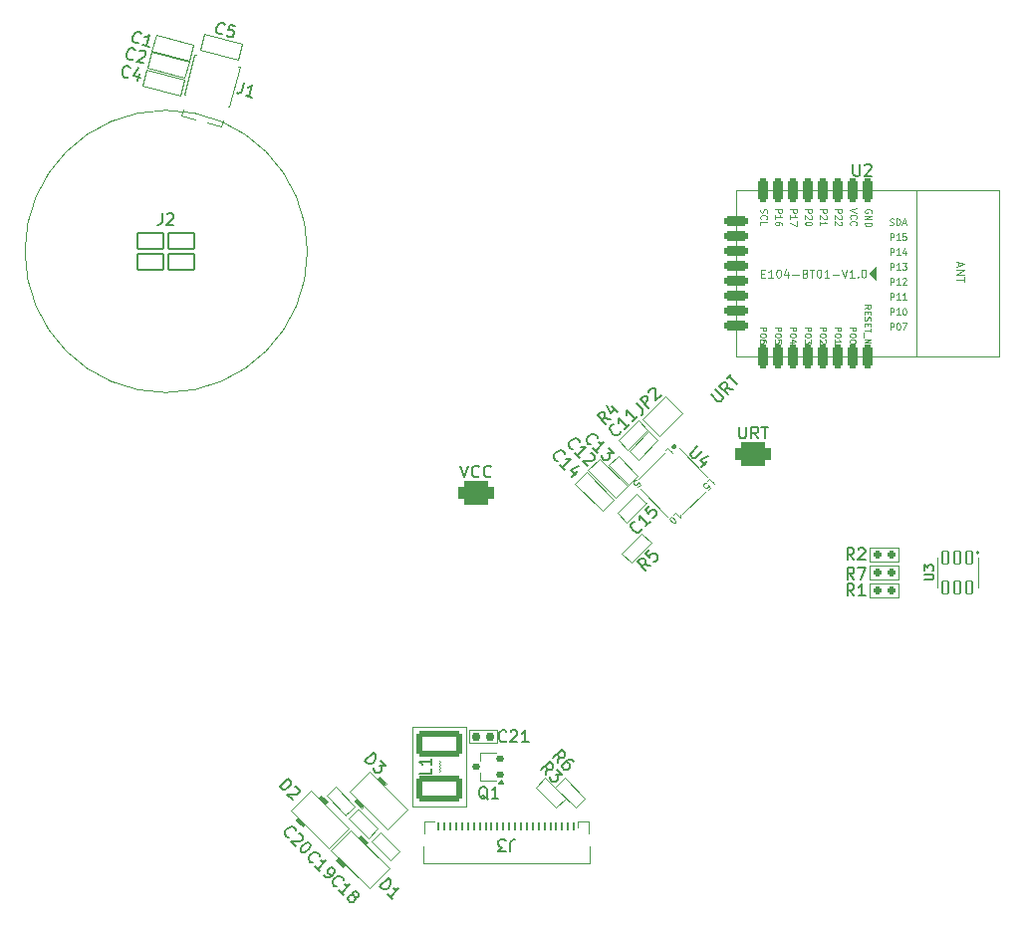
<source format=gbr>
%TF.GenerationSoftware,KiCad,Pcbnew,8.0.6-hq-2-g3d73d9976a*%
%TF.CreationDate,2024-12-20T20:58:28+08:00*%
%TF.ProjectId,DemoBoard_SensorForTemp&Rh_IntegratedWithMCU,44656d6f-426f-4617-9264-5f53656e736f,rev?*%
%TF.SameCoordinates,Original*%
%TF.FileFunction,Legend,Top*%
%TF.FilePolarity,Positive*%
%FSLAX46Y46*%
G04 Gerber Fmt 4.6, Leading zero omitted, Abs format (unit mm)*
G04 Created by KiCad (PCBNEW 8.0.6-hq-2-g3d73d9976a) date 2024-12-20 20:58:28*
%MOMM*%
%LPD*%
G01*
G04 APERTURE LIST*
G04 Aperture macros list*
%AMRoundRect*
0 Rectangle with rounded corners*
0 $1 Rounding radius*
0 $2 $3 $4 $5 $6 $7 $8 $9 X,Y pos of 4 corners*
0 Add a 4 corners polygon primitive as box body*
4,1,4,$2,$3,$4,$5,$6,$7,$8,$9,$2,$3,0*
0 Add four circle primitives for the rounded corners*
1,1,$1+$1,$2,$3*
1,1,$1+$1,$4,$5*
1,1,$1+$1,$6,$7*
1,1,$1+$1,$8,$9*
0 Add four rect primitives between the rounded corners*
20,1,$1+$1,$2,$3,$4,$5,0*
20,1,$1+$1,$4,$5,$6,$7,0*
20,1,$1+$1,$6,$7,$8,$9,0*
20,1,$1+$1,$8,$9,$2,$3,0*%
%AMFreePoly0*
4,1,6,1.000000,0.000000,0.499999,-0.750000,-0.499999,-0.750000,-0.499999,0.750000,0.499999,0.750000,1.000000,0.000000,1.000000,0.000000,$1*%
%AMFreePoly1*
4,1,6,0.499999,-0.750000,-0.649999,-0.750000,-0.150000,0.000000,-0.649999,0.750000,0.499999,0.750000,0.499999,-0.750000,0.499999,-0.750000,$1*%
G04 Aperture macros list end*
%ADD10C,0.100000*%
%ADD11C,0.150000*%
%ADD12C,0.200000*%
%ADD13C,0.120000*%
%ADD14C,0.080000*%
%ADD15C,0.070000*%
%ADD16C,0.300000*%
%ADD17C,0.000000*%
%ADD18RoundRect,0.155000X0.212500X0.155000X-0.212500X0.155000X-0.212500X-0.155000X0.212500X-0.155000X0*%
%ADD19RoundRect,0.155000X0.040659X0.259862X-0.259862X-0.040659X-0.040659X-0.259862X0.259862X0.040659X0*%
%ADD20C,2.200000*%
%ADD21RoundRect,0.237500X0.371231X-0.035355X-0.035355X0.371231X-0.371231X0.035355X0.035355X-0.371231X0*%
%ADD22RoundRect,0.155000X0.259862X-0.040659X-0.040659X0.259862X-0.259862X0.040659X0.040659X-0.259862X0*%
%ADD23RoundRect,0.108108X-1.116892X0.691892X-1.116892X-0.691892X1.116892X-0.691892X1.116892X0.691892X0*%
%ADD24RoundRect,0.155000X-0.259862X0.040659X0.040659X-0.259862X0.259862X-0.040659X-0.040659X0.259862X0*%
%ADD25RoundRect,0.112500X0.237500X-0.112500X0.237500X0.112500X-0.237500X0.112500X-0.237500X-0.112500X0*%
%ADD26RoundRect,0.250000X-0.424264X0.000000X0.000000X-0.424264X0.424264X0.000000X0.000000X0.424264X0*%
%ADD27RoundRect,0.160000X-0.197500X-0.160000X0.197500X-0.160000X0.197500X0.160000X-0.197500X0.160000X0*%
%ADD28RoundRect,0.160000X-0.026517X-0.252791X0.252791X0.026517X0.026517X0.252791X-0.252791X-0.026517X0*%
%ADD29RoundRect,0.236486X-1.024923X2.022706X-1.898962X-1.239253X1.024923X-2.022706X1.898962X1.239253X0*%
%ADD30RoundRect,0.250000X-1.700000X0.850000X-1.700000X-0.850000X1.700000X-0.850000X1.700000X0.850000X0*%
%ADD31FreePoly0,45.000000*%
%ADD32FreePoly1,45.000000*%
%ADD33RoundRect,0.500000X-0.353553X-1.060660X1.060660X0.353553X0.353553X1.060660X-1.060660X-0.353553X0*%
%ADD34RoundRect,0.237500X0.339173X0.154997X-0.216234X0.303818X-0.339173X-0.154997X0.216234X-0.303818X0*%
%ADD35RoundRect,0.160000X-0.252791X0.026517X0.026517X-0.252791X0.252791X-0.026517X-0.026517X0.252791X0*%
%ADD36RoundRect,0.500000X-1.000000X-0.500000X1.000000X-0.500000X1.000000X0.500000X-1.000000X0.500000X0*%
%ADD37RoundRect,0.062500X-0.309359X0.220971X0.220971X-0.309359X0.309359X-0.220971X-0.220971X0.309359X0*%
%ADD38RoundRect,0.062500X-0.309359X-0.220971X-0.220971X-0.309359X0.309359X0.220971X0.220971X0.309359X0*%
%ADD39RoundRect,0.250000X-1.060660X0.000000X0.000000X-1.060660X1.060660X0.000000X0.000000X1.060660X0*%
%ADD40RoundRect,0.062500X0.062500X0.287500X-0.062500X0.287500X-0.062500X-0.287500X0.062500X-0.287500X0*%
%ADD41R,0.400000X0.800000*%
%ADD42RoundRect,0.050000X0.250000X-0.550000X0.250000X0.550000X-0.250000X0.550000X-0.250000X-0.550000X0*%
%ADD43RoundRect,0.212500X0.212500X-0.787500X0.212500X0.787500X-0.212500X0.787500X-0.212500X-0.787500X0*%
%ADD44RoundRect,0.212500X0.787500X0.212500X-0.787500X0.212500X-0.787500X-0.212500X0.787500X-0.212500X0*%
%ADD45RoundRect,0.212500X-0.212500X0.787500X-0.212500X-0.787500X0.212500X-0.787500X0.212500X0.787500X0*%
G04 APERTURE END LIST*
D10*
X106284100Y-80659400D02*
G75*
G02*
X82281100Y-80659400I-12001500J0D01*
G01*
X82281100Y-80659400D02*
G75*
G02*
X106284100Y-80659400I12001500J0D01*
G01*
D11*
X123182142Y-122279580D02*
X123134523Y-122327200D01*
X123134523Y-122327200D02*
X122991666Y-122374819D01*
X122991666Y-122374819D02*
X122896428Y-122374819D01*
X122896428Y-122374819D02*
X122753571Y-122327200D01*
X122753571Y-122327200D02*
X122658333Y-122231961D01*
X122658333Y-122231961D02*
X122610714Y-122136723D01*
X122610714Y-122136723D02*
X122563095Y-121946247D01*
X122563095Y-121946247D02*
X122563095Y-121803390D01*
X122563095Y-121803390D02*
X122610714Y-121612914D01*
X122610714Y-121612914D02*
X122658333Y-121517676D01*
X122658333Y-121517676D02*
X122753571Y-121422438D01*
X122753571Y-121422438D02*
X122896428Y-121374819D01*
X122896428Y-121374819D02*
X122991666Y-121374819D01*
X122991666Y-121374819D02*
X123134523Y-121422438D01*
X123134523Y-121422438D02*
X123182142Y-121470057D01*
X123563095Y-121470057D02*
X123610714Y-121422438D01*
X123610714Y-121422438D02*
X123705952Y-121374819D01*
X123705952Y-121374819D02*
X123944047Y-121374819D01*
X123944047Y-121374819D02*
X124039285Y-121422438D01*
X124039285Y-121422438D02*
X124086904Y-121470057D01*
X124086904Y-121470057D02*
X124134523Y-121565295D01*
X124134523Y-121565295D02*
X124134523Y-121660533D01*
X124134523Y-121660533D02*
X124086904Y-121803390D01*
X124086904Y-121803390D02*
X123515476Y-122374819D01*
X123515476Y-122374819D02*
X124134523Y-122374819D01*
X125086904Y-122374819D02*
X124515476Y-122374819D01*
X124801190Y-122374819D02*
X124801190Y-121374819D01*
X124801190Y-121374819D02*
X124705952Y-121517676D01*
X124705952Y-121517676D02*
X124610714Y-121612914D01*
X124610714Y-121612914D02*
X124515476Y-121660533D01*
X132895693Y-95958830D02*
X132895693Y-96026174D01*
X132895693Y-96026174D02*
X132828349Y-96160861D01*
X132828349Y-96160861D02*
X132761006Y-96228204D01*
X132761006Y-96228204D02*
X132626319Y-96295548D01*
X132626319Y-96295548D02*
X132491632Y-96295548D01*
X132491632Y-96295548D02*
X132390617Y-96261876D01*
X132390617Y-96261876D02*
X132222258Y-96160861D01*
X132222258Y-96160861D02*
X132121243Y-96059846D01*
X132121243Y-96059846D02*
X132020227Y-95891487D01*
X132020227Y-95891487D02*
X131986556Y-95790472D01*
X131986556Y-95790472D02*
X131986556Y-95655785D01*
X131986556Y-95655785D02*
X132053899Y-95521098D01*
X132053899Y-95521098D02*
X132121243Y-95453754D01*
X132121243Y-95453754D02*
X132255930Y-95386411D01*
X132255930Y-95386411D02*
X132323273Y-95386411D01*
X133636471Y-95352739D02*
X133232410Y-95756800D01*
X133434441Y-95554769D02*
X132727334Y-94847663D01*
X132727334Y-94847663D02*
X132761006Y-95016021D01*
X132761006Y-95016021D02*
X132761006Y-95150708D01*
X132761006Y-95150708D02*
X132727334Y-95251724D01*
X134309907Y-94679304D02*
X133905846Y-95083365D01*
X134107876Y-94881334D02*
X133400769Y-94174227D01*
X133400769Y-94174227D02*
X133434441Y-94342586D01*
X133434441Y-94342586D02*
X133434441Y-94477273D01*
X133434441Y-94477273D02*
X133400769Y-94578288D01*
X128831169Y-97462692D02*
X128763825Y-97462692D01*
X128763825Y-97462692D02*
X128629138Y-97395348D01*
X128629138Y-97395348D02*
X128561795Y-97328005D01*
X128561795Y-97328005D02*
X128494451Y-97193318D01*
X128494451Y-97193318D02*
X128494451Y-97058631D01*
X128494451Y-97058631D02*
X128528123Y-96957616D01*
X128528123Y-96957616D02*
X128629138Y-96789257D01*
X128629138Y-96789257D02*
X128730153Y-96688242D01*
X128730153Y-96688242D02*
X128898512Y-96587226D01*
X128898512Y-96587226D02*
X128999527Y-96553555D01*
X128999527Y-96553555D02*
X129134214Y-96553555D01*
X129134214Y-96553555D02*
X129268901Y-96620898D01*
X129268901Y-96620898D02*
X129336245Y-96688242D01*
X129336245Y-96688242D02*
X129403588Y-96822929D01*
X129403588Y-96822929D02*
X129403588Y-96890272D01*
X129437260Y-98203470D02*
X129033199Y-97799409D01*
X129235230Y-98001440D02*
X129942336Y-97294333D01*
X129942336Y-97294333D02*
X129773978Y-97328005D01*
X129773978Y-97328005D02*
X129639291Y-97328005D01*
X129639291Y-97328005D02*
X129538275Y-97294333D01*
X130346398Y-97833081D02*
X130413741Y-97833081D01*
X130413741Y-97833081D02*
X130514756Y-97866753D01*
X130514756Y-97866753D02*
X130683115Y-98035112D01*
X130683115Y-98035112D02*
X130716787Y-98136127D01*
X130716787Y-98136127D02*
X130716787Y-98203471D01*
X130716787Y-98203471D02*
X130683115Y-98304486D01*
X130683115Y-98304486D02*
X130615772Y-98371829D01*
X130615772Y-98371829D02*
X130481085Y-98439173D01*
X130481085Y-98439173D02*
X129672963Y-98439173D01*
X129672963Y-98439173D02*
X130110695Y-98876906D01*
X130355169Y-97081694D02*
X130287825Y-97081694D01*
X130287825Y-97081694D02*
X130153138Y-97014350D01*
X130153138Y-97014350D02*
X130085795Y-96947007D01*
X130085795Y-96947007D02*
X130018451Y-96812320D01*
X130018451Y-96812320D02*
X130018451Y-96677633D01*
X130018451Y-96677633D02*
X130052123Y-96576618D01*
X130052123Y-96576618D02*
X130153138Y-96408259D01*
X130153138Y-96408259D02*
X130254153Y-96307244D01*
X130254153Y-96307244D02*
X130422512Y-96206228D01*
X130422512Y-96206228D02*
X130523527Y-96172557D01*
X130523527Y-96172557D02*
X130658214Y-96172557D01*
X130658214Y-96172557D02*
X130792901Y-96239900D01*
X130792901Y-96239900D02*
X130860245Y-96307244D01*
X130860245Y-96307244D02*
X130927588Y-96441931D01*
X130927588Y-96441931D02*
X130927588Y-96509274D01*
X130961260Y-97822472D02*
X130557199Y-97418411D01*
X130759230Y-97620442D02*
X131466336Y-96913335D01*
X131466336Y-96913335D02*
X131297978Y-96947007D01*
X131297978Y-96947007D02*
X131163291Y-96947007D01*
X131163291Y-96947007D02*
X131062275Y-96913335D01*
X131904069Y-97351068D02*
X132341802Y-97788801D01*
X132341802Y-97788801D02*
X131836726Y-97822473D01*
X131836726Y-97822473D02*
X131937741Y-97923488D01*
X131937741Y-97923488D02*
X131971413Y-98024503D01*
X131971413Y-98024503D02*
X131971413Y-98091847D01*
X131971413Y-98091847D02*
X131937741Y-98192862D01*
X131937741Y-98192862D02*
X131769382Y-98361221D01*
X131769382Y-98361221D02*
X131668367Y-98394892D01*
X131668367Y-98394892D02*
X131601024Y-98394892D01*
X131601024Y-98394892D02*
X131500008Y-98361221D01*
X131500008Y-98361221D02*
X131297978Y-98159190D01*
X131297978Y-98159190D02*
X131264306Y-98058175D01*
X131264306Y-98058175D02*
X131264306Y-97990831D01*
D12*
X93930266Y-77411619D02*
X93930266Y-78125904D01*
X93930266Y-78125904D02*
X93882647Y-78268761D01*
X93882647Y-78268761D02*
X93787409Y-78364000D01*
X93787409Y-78364000D02*
X93644552Y-78411619D01*
X93644552Y-78411619D02*
X93549314Y-78411619D01*
X94358838Y-77506857D02*
X94406457Y-77459238D01*
X94406457Y-77459238D02*
X94501695Y-77411619D01*
X94501695Y-77411619D02*
X94739790Y-77411619D01*
X94739790Y-77411619D02*
X94835028Y-77459238D01*
X94835028Y-77459238D02*
X94882647Y-77506857D01*
X94882647Y-77506857D02*
X94930266Y-77602095D01*
X94930266Y-77602095D02*
X94930266Y-77697333D01*
X94930266Y-77697333D02*
X94882647Y-77840190D01*
X94882647Y-77840190D02*
X94311219Y-78411619D01*
X94311219Y-78411619D02*
X94930266Y-78411619D01*
D11*
X106733169Y-132641694D02*
X106665825Y-132641694D01*
X106665825Y-132641694D02*
X106531138Y-132574350D01*
X106531138Y-132574350D02*
X106463795Y-132507007D01*
X106463795Y-132507007D02*
X106396451Y-132372320D01*
X106396451Y-132372320D02*
X106396451Y-132237633D01*
X106396451Y-132237633D02*
X106430123Y-132136618D01*
X106430123Y-132136618D02*
X106531138Y-131968259D01*
X106531138Y-131968259D02*
X106632153Y-131867244D01*
X106632153Y-131867244D02*
X106800512Y-131766228D01*
X106800512Y-131766228D02*
X106901527Y-131732557D01*
X106901527Y-131732557D02*
X107036214Y-131732557D01*
X107036214Y-131732557D02*
X107170901Y-131799900D01*
X107170901Y-131799900D02*
X107238245Y-131867244D01*
X107238245Y-131867244D02*
X107305588Y-132001931D01*
X107305588Y-132001931D02*
X107305588Y-132069274D01*
X107339260Y-133382472D02*
X106935199Y-132978411D01*
X107137230Y-133180442D02*
X107844336Y-132473335D01*
X107844336Y-132473335D02*
X107675978Y-132507007D01*
X107675978Y-132507007D02*
X107541291Y-132507007D01*
X107541291Y-132507007D02*
X107440275Y-132473335D01*
X107675978Y-133719190D02*
X107810665Y-133853877D01*
X107810665Y-133853877D02*
X107911680Y-133887549D01*
X107911680Y-133887549D02*
X107979024Y-133887549D01*
X107979024Y-133887549D02*
X108147382Y-133853877D01*
X108147382Y-133853877D02*
X108315741Y-133752862D01*
X108315741Y-133752862D02*
X108585115Y-133483488D01*
X108585115Y-133483488D02*
X108618787Y-133382473D01*
X108618787Y-133382473D02*
X108618787Y-133315129D01*
X108618787Y-133315129D02*
X108585115Y-133214114D01*
X108585115Y-133214114D02*
X108450428Y-133079427D01*
X108450428Y-133079427D02*
X108349413Y-133045755D01*
X108349413Y-133045755D02*
X108282069Y-133045755D01*
X108282069Y-133045755D02*
X108181054Y-133079427D01*
X108181054Y-133079427D02*
X108012695Y-133247786D01*
X108012695Y-133247786D02*
X107979024Y-133348801D01*
X107979024Y-133348801D02*
X107979024Y-133416144D01*
X107979024Y-133416144D02*
X108012695Y-133517160D01*
X108012695Y-133517160D02*
X108147382Y-133651847D01*
X108147382Y-133651847D02*
X108248398Y-133685518D01*
X108248398Y-133685518D02*
X108315741Y-133685518D01*
X108315741Y-133685518D02*
X108416756Y-133651847D01*
X121620761Y-127260057D02*
X121525523Y-127212438D01*
X121525523Y-127212438D02*
X121430285Y-127117200D01*
X121430285Y-127117200D02*
X121287428Y-126974342D01*
X121287428Y-126974342D02*
X121192190Y-126926723D01*
X121192190Y-126926723D02*
X121096952Y-126926723D01*
X121144571Y-127164819D02*
X121049333Y-127117200D01*
X121049333Y-127117200D02*
X120954095Y-127021961D01*
X120954095Y-127021961D02*
X120906476Y-126831485D01*
X120906476Y-126831485D02*
X120906476Y-126498152D01*
X120906476Y-126498152D02*
X120954095Y-126307676D01*
X120954095Y-126307676D02*
X121049333Y-126212438D01*
X121049333Y-126212438D02*
X121144571Y-126164819D01*
X121144571Y-126164819D02*
X121335047Y-126164819D01*
X121335047Y-126164819D02*
X121430285Y-126212438D01*
X121430285Y-126212438D02*
X121525523Y-126307676D01*
X121525523Y-126307676D02*
X121573142Y-126498152D01*
X121573142Y-126498152D02*
X121573142Y-126831485D01*
X121573142Y-126831485D02*
X121525523Y-127021961D01*
X121525523Y-127021961D02*
X121430285Y-127117200D01*
X121430285Y-127117200D02*
X121335047Y-127164819D01*
X121335047Y-127164819D02*
X121144571Y-127164819D01*
X122525523Y-127164819D02*
X121954095Y-127164819D01*
X122239809Y-127164819D02*
X122239809Y-126164819D01*
X122239809Y-126164819D02*
X122144571Y-126307676D01*
X122144571Y-126307676D02*
X122049333Y-126402914D01*
X122049333Y-126402914D02*
X121954095Y-126450533D01*
X112440482Y-134673692D02*
X113147589Y-133966586D01*
X113147589Y-133966586D02*
X113315948Y-134134944D01*
X113315948Y-134134944D02*
X113383291Y-134269631D01*
X113383291Y-134269631D02*
X113383291Y-134404318D01*
X113383291Y-134404318D02*
X113349619Y-134505334D01*
X113349619Y-134505334D02*
X113248604Y-134673692D01*
X113248604Y-134673692D02*
X113147589Y-134774708D01*
X113147589Y-134774708D02*
X112979230Y-134875723D01*
X112979230Y-134875723D02*
X112878215Y-134909395D01*
X112878215Y-134909395D02*
X112743528Y-134909395D01*
X112743528Y-134909395D02*
X112608841Y-134842051D01*
X112608841Y-134842051D02*
X112440482Y-134673692D01*
X113517978Y-135751188D02*
X113113917Y-135347127D01*
X113315948Y-135549158D02*
X114023054Y-134842051D01*
X114023054Y-134842051D02*
X113854696Y-134875723D01*
X113854696Y-134875723D02*
X113720009Y-134875723D01*
X113720009Y-134875723D02*
X113618993Y-134842051D01*
X108765169Y-134673693D02*
X108697825Y-134673693D01*
X108697825Y-134673693D02*
X108563138Y-134606349D01*
X108563138Y-134606349D02*
X108495795Y-134539006D01*
X108495795Y-134539006D02*
X108428451Y-134404319D01*
X108428451Y-134404319D02*
X108428451Y-134269632D01*
X108428451Y-134269632D02*
X108462123Y-134168617D01*
X108462123Y-134168617D02*
X108563138Y-134000258D01*
X108563138Y-134000258D02*
X108664153Y-133899243D01*
X108664153Y-133899243D02*
X108832512Y-133798227D01*
X108832512Y-133798227D02*
X108933527Y-133764556D01*
X108933527Y-133764556D02*
X109068214Y-133764556D01*
X109068214Y-133764556D02*
X109202901Y-133831899D01*
X109202901Y-133831899D02*
X109270245Y-133899243D01*
X109270245Y-133899243D02*
X109337588Y-134033930D01*
X109337588Y-134033930D02*
X109337588Y-134101273D01*
X109371260Y-135414471D02*
X108967199Y-135010410D01*
X109169230Y-135212441D02*
X109876336Y-134505334D01*
X109876336Y-134505334D02*
X109707978Y-134539006D01*
X109707978Y-134539006D02*
X109573291Y-134539006D01*
X109573291Y-134539006D02*
X109472275Y-134505334D01*
X110179382Y-135414472D02*
X110145711Y-135313456D01*
X110145711Y-135313456D02*
X110145711Y-135246113D01*
X110145711Y-135246113D02*
X110179382Y-135145098D01*
X110179382Y-135145098D02*
X110213054Y-135111426D01*
X110213054Y-135111426D02*
X110314069Y-135077754D01*
X110314069Y-135077754D02*
X110381413Y-135077754D01*
X110381413Y-135077754D02*
X110482428Y-135111426D01*
X110482428Y-135111426D02*
X110617115Y-135246113D01*
X110617115Y-135246113D02*
X110650787Y-135347128D01*
X110650787Y-135347128D02*
X110650787Y-135414472D01*
X110650787Y-135414472D02*
X110617115Y-135515487D01*
X110617115Y-135515487D02*
X110583443Y-135549159D01*
X110583443Y-135549159D02*
X110482428Y-135582830D01*
X110482428Y-135582830D02*
X110415085Y-135582830D01*
X110415085Y-135582830D02*
X110314069Y-135549159D01*
X110314069Y-135549159D02*
X110179382Y-135414472D01*
X110179382Y-135414472D02*
X110078367Y-135380800D01*
X110078367Y-135380800D02*
X110011024Y-135380800D01*
X110011024Y-135380800D02*
X109910008Y-135414472D01*
X109910008Y-135414472D02*
X109775321Y-135549159D01*
X109775321Y-135549159D02*
X109741650Y-135650174D01*
X109741650Y-135650174D02*
X109741650Y-135717517D01*
X109741650Y-135717517D02*
X109775321Y-135818533D01*
X109775321Y-135818533D02*
X109910008Y-135953220D01*
X109910008Y-135953220D02*
X110011024Y-135986891D01*
X110011024Y-135986891D02*
X110078367Y-135986891D01*
X110078367Y-135986891D02*
X110179382Y-135953220D01*
X110179382Y-135953220D02*
X110314069Y-135818533D01*
X110314069Y-135818533D02*
X110347741Y-135717517D01*
X110347741Y-135717517D02*
X110347741Y-135650174D01*
X110347741Y-135650174D02*
X110314069Y-135549159D01*
X152741333Y-106880819D02*
X152408000Y-106404628D01*
X152169905Y-106880819D02*
X152169905Y-105880819D01*
X152169905Y-105880819D02*
X152550857Y-105880819D01*
X152550857Y-105880819D02*
X152646095Y-105928438D01*
X152646095Y-105928438D02*
X152693714Y-105976057D01*
X152693714Y-105976057D02*
X152741333Y-106071295D01*
X152741333Y-106071295D02*
X152741333Y-106214152D01*
X152741333Y-106214152D02*
X152693714Y-106309390D01*
X152693714Y-106309390D02*
X152646095Y-106357009D01*
X152646095Y-106357009D02*
X152550857Y-106404628D01*
X152550857Y-106404628D02*
X152169905Y-106404628D01*
X153122286Y-105976057D02*
X153169905Y-105928438D01*
X153169905Y-105928438D02*
X153265143Y-105880819D01*
X153265143Y-105880819D02*
X153503238Y-105880819D01*
X153503238Y-105880819D02*
X153598476Y-105928438D01*
X153598476Y-105928438D02*
X153646095Y-105976057D01*
X153646095Y-105976057D02*
X153693714Y-106071295D01*
X153693714Y-106071295D02*
X153693714Y-106166533D01*
X153693714Y-106166533D02*
X153646095Y-106309390D01*
X153646095Y-106309390D02*
X153074667Y-106880819D01*
X153074667Y-106880819D02*
X153693714Y-106880819D01*
X132029754Y-94927456D02*
X131457335Y-94826441D01*
X131625693Y-95331517D02*
X130918587Y-94624410D01*
X130918587Y-94624410D02*
X131187961Y-94355036D01*
X131187961Y-94355036D02*
X131288976Y-94321364D01*
X131288976Y-94321364D02*
X131356319Y-94321364D01*
X131356319Y-94321364D02*
X131457335Y-94355036D01*
X131457335Y-94355036D02*
X131558350Y-94456051D01*
X131558350Y-94456051D02*
X131592022Y-94557067D01*
X131592022Y-94557067D02*
X131592022Y-94624410D01*
X131592022Y-94624410D02*
X131558350Y-94725425D01*
X131558350Y-94725425D02*
X131288976Y-94994799D01*
X132164441Y-93849960D02*
X132635846Y-94321364D01*
X131726709Y-93748945D02*
X132063426Y-94422380D01*
X132063426Y-94422380D02*
X132501159Y-93984647D01*
D12*
X100911800Y-66313611D02*
X100726929Y-67003558D01*
X100726929Y-67003558D02*
X100643959Y-67129222D01*
X100643959Y-67129222D02*
X100527316Y-67196566D01*
X100527316Y-67196566D02*
X100377002Y-67205588D01*
X100377002Y-67205588D02*
X100285009Y-67180939D01*
X101618907Y-67538356D02*
X101066950Y-67390459D01*
X101342928Y-67464407D02*
X101601747Y-66498481D01*
X101601747Y-66498481D02*
X101472780Y-66611821D01*
X101472780Y-66611821D02*
X101356138Y-66679165D01*
X101356138Y-66679165D02*
X101251820Y-66700512D01*
D11*
X116786819Y-124631666D02*
X116786819Y-125107856D01*
X116786819Y-125107856D02*
X115786819Y-125107856D01*
X116786819Y-123774523D02*
X116786819Y-124345951D01*
X116786819Y-124060237D02*
X115786819Y-124060237D01*
X115786819Y-124060237D02*
X115929676Y-124155475D01*
X115929676Y-124155475D02*
X116024914Y-124250713D01*
X116024914Y-124250713D02*
X116072533Y-124345951D01*
X152741333Y-109928819D02*
X152408000Y-109452628D01*
X152169905Y-109928819D02*
X152169905Y-108928819D01*
X152169905Y-108928819D02*
X152550857Y-108928819D01*
X152550857Y-108928819D02*
X152646095Y-108976438D01*
X152646095Y-108976438D02*
X152693714Y-109024057D01*
X152693714Y-109024057D02*
X152741333Y-109119295D01*
X152741333Y-109119295D02*
X152741333Y-109262152D01*
X152741333Y-109262152D02*
X152693714Y-109357390D01*
X152693714Y-109357390D02*
X152646095Y-109405009D01*
X152646095Y-109405009D02*
X152550857Y-109452628D01*
X152550857Y-109452628D02*
X152169905Y-109452628D01*
X153693714Y-109928819D02*
X153122286Y-109928819D01*
X153408000Y-109928819D02*
X153408000Y-108928819D01*
X153408000Y-108928819D02*
X153312762Y-109071676D01*
X153312762Y-109071676D02*
X153217524Y-109166914D01*
X153217524Y-109166914D02*
X153122286Y-109214533D01*
X134222614Y-93591773D02*
X134727690Y-94096849D01*
X134727690Y-94096849D02*
X134795033Y-94231536D01*
X134795033Y-94231536D02*
X134795033Y-94366223D01*
X134795033Y-94366223D02*
X134727690Y-94500910D01*
X134727690Y-94500910D02*
X134660346Y-94568254D01*
X135266438Y-93962162D02*
X134559331Y-93255055D01*
X134559331Y-93255055D02*
X134828705Y-92985681D01*
X134828705Y-92985681D02*
X134929721Y-92952010D01*
X134929721Y-92952010D02*
X134997064Y-92952010D01*
X134997064Y-92952010D02*
X135098079Y-92985681D01*
X135098079Y-92985681D02*
X135199095Y-93086697D01*
X135199095Y-93086697D02*
X135232766Y-93187712D01*
X135232766Y-93187712D02*
X135232766Y-93255055D01*
X135232766Y-93255055D02*
X135199095Y-93356071D01*
X135199095Y-93356071D02*
X134929721Y-93625445D01*
X135300110Y-92648964D02*
X135300110Y-92581620D01*
X135300110Y-92581620D02*
X135333782Y-92480605D01*
X135333782Y-92480605D02*
X135502140Y-92312246D01*
X135502140Y-92312246D02*
X135603156Y-92278575D01*
X135603156Y-92278575D02*
X135670499Y-92278575D01*
X135670499Y-92278575D02*
X135771514Y-92312246D01*
X135771514Y-92312246D02*
X135838858Y-92379590D01*
X135838858Y-92379590D02*
X135906201Y-92514277D01*
X135906201Y-92514277D02*
X135906201Y-93322399D01*
X135906201Y-93322399D02*
X136343934Y-92884666D01*
D12*
X140583202Y-92830118D02*
X141155622Y-93402538D01*
X141155622Y-93402538D02*
X141256637Y-93436209D01*
X141256637Y-93436209D02*
X141323980Y-93436209D01*
X141323980Y-93436209D02*
X141424996Y-93402538D01*
X141424996Y-93402538D02*
X141559683Y-93267851D01*
X141559683Y-93267851D02*
X141593354Y-93166835D01*
X141593354Y-93166835D02*
X141593354Y-93099492D01*
X141593354Y-93099492D02*
X141559683Y-92998477D01*
X141559683Y-92998477D02*
X140987263Y-92426057D01*
X142435148Y-92392385D02*
X141862728Y-92291370D01*
X142031087Y-92796446D02*
X141323980Y-92089339D01*
X141323980Y-92089339D02*
X141593354Y-91819965D01*
X141593354Y-91819965D02*
X141694370Y-91786294D01*
X141694370Y-91786294D02*
X141761713Y-91786294D01*
X141761713Y-91786294D02*
X141862728Y-91819965D01*
X141862728Y-91819965D02*
X141963744Y-91920981D01*
X141963744Y-91920981D02*
X141997415Y-92021996D01*
X141997415Y-92021996D02*
X141997415Y-92089339D01*
X141997415Y-92089339D02*
X141963744Y-92190355D01*
X141963744Y-92190355D02*
X141694370Y-92459729D01*
X141930072Y-91483248D02*
X142334133Y-91079187D01*
X142839209Y-91988324D02*
X142132102Y-91281217D01*
D11*
X99059946Y-62153192D02*
X99001625Y-62186863D01*
X99001625Y-62186863D02*
X98851311Y-62195886D01*
X98851311Y-62195886D02*
X98759318Y-62171236D01*
X98759318Y-62171236D02*
X98633653Y-62088266D01*
X98633653Y-62088266D02*
X98566309Y-61971623D01*
X98566309Y-61971623D02*
X98544962Y-61867306D01*
X98544962Y-61867306D02*
X98548265Y-61670995D01*
X98548265Y-61670995D02*
X98585239Y-61533006D01*
X98585239Y-61533006D02*
X98680534Y-61361344D01*
X98680534Y-61361344D02*
X98751180Y-61281676D01*
X98751180Y-61281676D02*
X98867823Y-61214333D01*
X98867823Y-61214333D02*
X99018137Y-61205310D01*
X99018137Y-61205310D02*
X99110130Y-61229960D01*
X99110130Y-61229960D02*
X99235794Y-61312931D01*
X99235794Y-61312931D02*
X99269466Y-61371252D01*
X100168048Y-61513428D02*
X99708084Y-61390181D01*
X99708084Y-61390181D02*
X99538840Y-61837821D01*
X99538840Y-61837821D02*
X99597161Y-61804149D01*
X99597161Y-61804149D02*
X99701479Y-61782802D01*
X99701479Y-61782802D02*
X99931461Y-61844426D01*
X99931461Y-61844426D02*
X100011130Y-61915072D01*
X100011130Y-61915072D02*
X100044801Y-61973393D01*
X100044801Y-61973393D02*
X100066148Y-62077711D01*
X100066148Y-62077711D02*
X100004525Y-62307693D01*
X100004525Y-62307693D02*
X99933879Y-62387361D01*
X99933879Y-62387361D02*
X99875558Y-62421033D01*
X99875558Y-62421033D02*
X99771240Y-62442380D01*
X99771240Y-62442380D02*
X99541258Y-62380756D01*
X99541258Y-62380756D02*
X99461589Y-62310111D01*
X99461589Y-62310111D02*
X99427918Y-62251789D01*
X104701169Y-130482693D02*
X104633825Y-130482693D01*
X104633825Y-130482693D02*
X104499138Y-130415349D01*
X104499138Y-130415349D02*
X104431795Y-130348006D01*
X104431795Y-130348006D02*
X104364451Y-130213319D01*
X104364451Y-130213319D02*
X104364451Y-130078632D01*
X104364451Y-130078632D02*
X104398123Y-129977617D01*
X104398123Y-129977617D02*
X104499138Y-129809258D01*
X104499138Y-129809258D02*
X104600153Y-129708243D01*
X104600153Y-129708243D02*
X104768512Y-129607227D01*
X104768512Y-129607227D02*
X104869527Y-129573556D01*
X104869527Y-129573556D02*
X105004214Y-129573556D01*
X105004214Y-129573556D02*
X105138901Y-129640899D01*
X105138901Y-129640899D02*
X105206245Y-129708243D01*
X105206245Y-129708243D02*
X105273588Y-129842930D01*
X105273588Y-129842930D02*
X105273588Y-129910273D01*
X105542962Y-130179647D02*
X105610306Y-130179647D01*
X105610306Y-130179647D02*
X105711321Y-130213319D01*
X105711321Y-130213319D02*
X105879680Y-130381678D01*
X105879680Y-130381678D02*
X105913352Y-130482693D01*
X105913352Y-130482693D02*
X105913352Y-130550036D01*
X105913352Y-130550036D02*
X105879680Y-130651052D01*
X105879680Y-130651052D02*
X105812336Y-130718395D01*
X105812336Y-130718395D02*
X105677649Y-130785739D01*
X105677649Y-130785739D02*
X104869527Y-130785739D01*
X104869527Y-130785739D02*
X105307260Y-131223471D01*
X106452100Y-130954098D02*
X106519443Y-131021441D01*
X106519443Y-131021441D02*
X106553115Y-131122456D01*
X106553115Y-131122456D02*
X106553115Y-131189800D01*
X106553115Y-131189800D02*
X106519443Y-131290815D01*
X106519443Y-131290815D02*
X106418428Y-131459174D01*
X106418428Y-131459174D02*
X106250069Y-131627533D01*
X106250069Y-131627533D02*
X106081711Y-131728548D01*
X106081711Y-131728548D02*
X105980695Y-131762220D01*
X105980695Y-131762220D02*
X105913352Y-131762220D01*
X105913352Y-131762220D02*
X105812337Y-131728548D01*
X105812337Y-131728548D02*
X105744993Y-131661204D01*
X105744993Y-131661204D02*
X105711321Y-131560189D01*
X105711321Y-131560189D02*
X105711321Y-131492846D01*
X105711321Y-131492846D02*
X105744993Y-131391830D01*
X105744993Y-131391830D02*
X105846008Y-131223472D01*
X105846008Y-131223472D02*
X106014367Y-131055113D01*
X106014367Y-131055113D02*
X106182726Y-130954098D01*
X106182726Y-130954098D02*
X106283741Y-130920426D01*
X106283741Y-130920426D02*
X106351085Y-130920426D01*
X106351085Y-130920426D02*
X106452100Y-130954098D01*
X103931482Y-126164693D02*
X104638589Y-125457587D01*
X104638589Y-125457587D02*
X104806948Y-125625945D01*
X104806948Y-125625945D02*
X104874291Y-125760632D01*
X104874291Y-125760632D02*
X104874291Y-125895319D01*
X104874291Y-125895319D02*
X104840619Y-125996335D01*
X104840619Y-125996335D02*
X104739604Y-126164693D01*
X104739604Y-126164693D02*
X104638589Y-126265709D01*
X104638589Y-126265709D02*
X104470230Y-126366724D01*
X104470230Y-126366724D02*
X104369215Y-126400396D01*
X104369215Y-126400396D02*
X104234528Y-126400396D01*
X104234528Y-126400396D02*
X104099841Y-126333052D01*
X104099841Y-126333052D02*
X103931482Y-126164693D01*
X105244680Y-126198365D02*
X105312024Y-126198365D01*
X105312024Y-126198365D02*
X105413039Y-126232037D01*
X105413039Y-126232037D02*
X105581398Y-126400396D01*
X105581398Y-126400396D02*
X105615070Y-126501411D01*
X105615070Y-126501411D02*
X105615070Y-126568754D01*
X105615070Y-126568754D02*
X105581398Y-126669770D01*
X105581398Y-126669770D02*
X105514054Y-126737113D01*
X105514054Y-126737113D02*
X105379367Y-126804457D01*
X105379367Y-126804457D02*
X104571245Y-126804457D01*
X104571245Y-126804457D02*
X105008978Y-127242189D01*
X127576543Y-124155754D02*
X127677558Y-123583335D01*
X127172482Y-123751693D02*
X127879589Y-123044587D01*
X127879589Y-123044587D02*
X128148963Y-123313961D01*
X128148963Y-123313961D02*
X128182635Y-123414976D01*
X128182635Y-123414976D02*
X128182635Y-123482319D01*
X128182635Y-123482319D02*
X128148963Y-123583335D01*
X128148963Y-123583335D02*
X128047948Y-123684350D01*
X128047948Y-123684350D02*
X127946932Y-123718022D01*
X127946932Y-123718022D02*
X127879589Y-123718022D01*
X127879589Y-123718022D02*
X127778574Y-123684350D01*
X127778574Y-123684350D02*
X127509200Y-123414976D01*
X128889741Y-124054739D02*
X128755054Y-123920052D01*
X128755054Y-123920052D02*
X128654039Y-123886380D01*
X128654039Y-123886380D02*
X128586696Y-123886380D01*
X128586696Y-123886380D02*
X128418337Y-123920052D01*
X128418337Y-123920052D02*
X128249978Y-124021067D01*
X128249978Y-124021067D02*
X127980604Y-124290441D01*
X127980604Y-124290441D02*
X127946932Y-124391457D01*
X127946932Y-124391457D02*
X127946932Y-124458800D01*
X127946932Y-124458800D02*
X127980604Y-124559815D01*
X127980604Y-124559815D02*
X128115291Y-124694502D01*
X128115291Y-124694502D02*
X128216306Y-124728174D01*
X128216306Y-124728174D02*
X128283650Y-124728174D01*
X128283650Y-124728174D02*
X128384665Y-124694502D01*
X128384665Y-124694502D02*
X128553024Y-124526144D01*
X128553024Y-124526144D02*
X128586696Y-124425128D01*
X128586696Y-124425128D02*
X128586696Y-124357785D01*
X128586696Y-124357785D02*
X128553024Y-124256770D01*
X128553024Y-124256770D02*
X128418337Y-124122083D01*
X128418337Y-124122083D02*
X128317322Y-124088411D01*
X128317322Y-124088411D02*
X128249978Y-124088411D01*
X128249978Y-124088411D02*
X128148963Y-124122083D01*
X134673693Y-104213830D02*
X134673693Y-104281174D01*
X134673693Y-104281174D02*
X134606349Y-104415861D01*
X134606349Y-104415861D02*
X134539006Y-104483204D01*
X134539006Y-104483204D02*
X134404319Y-104550548D01*
X134404319Y-104550548D02*
X134269632Y-104550548D01*
X134269632Y-104550548D02*
X134168617Y-104516876D01*
X134168617Y-104516876D02*
X134000258Y-104415861D01*
X134000258Y-104415861D02*
X133899243Y-104314846D01*
X133899243Y-104314846D02*
X133798227Y-104146487D01*
X133798227Y-104146487D02*
X133764556Y-104045472D01*
X133764556Y-104045472D02*
X133764556Y-103910785D01*
X133764556Y-103910785D02*
X133831899Y-103776098D01*
X133831899Y-103776098D02*
X133899243Y-103708754D01*
X133899243Y-103708754D02*
X134033930Y-103641411D01*
X134033930Y-103641411D02*
X134101273Y-103641411D01*
X135414471Y-103607739D02*
X135010410Y-104011800D01*
X135212441Y-103809769D02*
X134505334Y-103102663D01*
X134505334Y-103102663D02*
X134539006Y-103271021D01*
X134539006Y-103271021D02*
X134539006Y-103405708D01*
X134539006Y-103405708D02*
X134505334Y-103506724D01*
X135347128Y-102260869D02*
X135010410Y-102597586D01*
X135010410Y-102597586D02*
X135313456Y-102967975D01*
X135313456Y-102967975D02*
X135313456Y-102900632D01*
X135313456Y-102900632D02*
X135347128Y-102799617D01*
X135347128Y-102799617D02*
X135515487Y-102631258D01*
X135515487Y-102631258D02*
X135616502Y-102597586D01*
X135616502Y-102597586D02*
X135683846Y-102597586D01*
X135683846Y-102597586D02*
X135784861Y-102631258D01*
X135784861Y-102631258D02*
X135953220Y-102799617D01*
X135953220Y-102799617D02*
X135986891Y-102900632D01*
X135986891Y-102900632D02*
X135986891Y-102967975D01*
X135986891Y-102967975D02*
X135953220Y-103068991D01*
X135953220Y-103068991D02*
X135784861Y-103237349D01*
X135784861Y-103237349D02*
X135683846Y-103271021D01*
X135683846Y-103271021D02*
X135616502Y-103271021D01*
X91947946Y-62915192D02*
X91889625Y-62948863D01*
X91889625Y-62948863D02*
X91739311Y-62957886D01*
X91739311Y-62957886D02*
X91647318Y-62933236D01*
X91647318Y-62933236D02*
X91521653Y-62850266D01*
X91521653Y-62850266D02*
X91454309Y-62733623D01*
X91454309Y-62733623D02*
X91432962Y-62629306D01*
X91432962Y-62629306D02*
X91436265Y-62432995D01*
X91436265Y-62432995D02*
X91473239Y-62295006D01*
X91473239Y-62295006D02*
X91568534Y-62123344D01*
X91568534Y-62123344D02*
X91639180Y-62043676D01*
X91639180Y-62043676D02*
X91755823Y-61976333D01*
X91755823Y-61976333D02*
X91906137Y-61967310D01*
X91906137Y-61967310D02*
X91998130Y-61991960D01*
X91998130Y-61991960D02*
X92123794Y-62074931D01*
X92123794Y-62074931D02*
X92157466Y-62133252D01*
X92843226Y-63253679D02*
X92291268Y-63105782D01*
X92567247Y-63179731D02*
X92826066Y-62213805D01*
X92826066Y-62213805D02*
X92697099Y-62327145D01*
X92697099Y-62327145D02*
X92580457Y-62394488D01*
X92580457Y-62394488D02*
X92476139Y-62415835D01*
X111170482Y-124005693D02*
X111877589Y-123298587D01*
X111877589Y-123298587D02*
X112045948Y-123466945D01*
X112045948Y-123466945D02*
X112113291Y-123601632D01*
X112113291Y-123601632D02*
X112113291Y-123736319D01*
X112113291Y-123736319D02*
X112079619Y-123837335D01*
X112079619Y-123837335D02*
X111978604Y-124005693D01*
X111978604Y-124005693D02*
X111877589Y-124106709D01*
X111877589Y-124106709D02*
X111709230Y-124207724D01*
X111709230Y-124207724D02*
X111608215Y-124241396D01*
X111608215Y-124241396D02*
X111473528Y-124241396D01*
X111473528Y-124241396D02*
X111338841Y-124174052D01*
X111338841Y-124174052D02*
X111170482Y-124005693D01*
X112517352Y-123938350D02*
X112955085Y-124376083D01*
X112955085Y-124376083D02*
X112450009Y-124409754D01*
X112450009Y-124409754D02*
X112551024Y-124510770D01*
X112551024Y-124510770D02*
X112584696Y-124611785D01*
X112584696Y-124611785D02*
X112584696Y-124679128D01*
X112584696Y-124679128D02*
X112551024Y-124780144D01*
X112551024Y-124780144D02*
X112382665Y-124948502D01*
X112382665Y-124948502D02*
X112281650Y-124982174D01*
X112281650Y-124982174D02*
X112214306Y-124982174D01*
X112214306Y-124982174D02*
X112113291Y-124948502D01*
X112113291Y-124948502D02*
X111911261Y-124746472D01*
X111911261Y-124746472D02*
X111877589Y-124645457D01*
X111877589Y-124645457D02*
X111877589Y-124578113D01*
X126560543Y-125171754D02*
X126661558Y-124599335D01*
X126156482Y-124767693D02*
X126863589Y-124060587D01*
X126863589Y-124060587D02*
X127132963Y-124329961D01*
X127132963Y-124329961D02*
X127166635Y-124430976D01*
X127166635Y-124430976D02*
X127166635Y-124498319D01*
X127166635Y-124498319D02*
X127132963Y-124599335D01*
X127132963Y-124599335D02*
X127031948Y-124700350D01*
X127031948Y-124700350D02*
X126930932Y-124734022D01*
X126930932Y-124734022D02*
X126863589Y-124734022D01*
X126863589Y-124734022D02*
X126762574Y-124700350D01*
X126762574Y-124700350D02*
X126493200Y-124430976D01*
X127503352Y-124700350D02*
X127941085Y-125138083D01*
X127941085Y-125138083D02*
X127436009Y-125171754D01*
X127436009Y-125171754D02*
X127537024Y-125272770D01*
X127537024Y-125272770D02*
X127570696Y-125373785D01*
X127570696Y-125373785D02*
X127570696Y-125441128D01*
X127570696Y-125441128D02*
X127537024Y-125542144D01*
X127537024Y-125542144D02*
X127368665Y-125710502D01*
X127368665Y-125710502D02*
X127267650Y-125744174D01*
X127267650Y-125744174D02*
X127200306Y-125744174D01*
X127200306Y-125744174D02*
X127099291Y-125710502D01*
X127099291Y-125710502D02*
X126897261Y-125508472D01*
X126897261Y-125508472D02*
X126863589Y-125407457D01*
X126863589Y-125407457D02*
X126863589Y-125340113D01*
X91058946Y-65836192D02*
X91000625Y-65869863D01*
X91000625Y-65869863D02*
X90850311Y-65878886D01*
X90850311Y-65878886D02*
X90758318Y-65854236D01*
X90758318Y-65854236D02*
X90632653Y-65771266D01*
X90632653Y-65771266D02*
X90565309Y-65654623D01*
X90565309Y-65654623D02*
X90543962Y-65550306D01*
X90543962Y-65550306D02*
X90547265Y-65353995D01*
X90547265Y-65353995D02*
X90584239Y-65216006D01*
X90584239Y-65216006D02*
X90679534Y-65044344D01*
X90679534Y-65044344D02*
X90750180Y-64964676D01*
X90750180Y-64964676D02*
X90866823Y-64897333D01*
X90866823Y-64897333D02*
X91017137Y-64888310D01*
X91017137Y-64888310D02*
X91109130Y-64912960D01*
X91109130Y-64912960D02*
X91234794Y-64995931D01*
X91234794Y-64995931D02*
X91268466Y-65054252D01*
X92034779Y-65506079D02*
X91862233Y-66150029D01*
X91903394Y-65076484D02*
X91488541Y-65704807D01*
X91488541Y-65704807D02*
X92086495Y-65865028D01*
D12*
X142978333Y-95573168D02*
X142978333Y-96382691D01*
X142978333Y-96382691D02*
X143025952Y-96477929D01*
X143025952Y-96477929D02*
X143073571Y-96525549D01*
X143073571Y-96525549D02*
X143168809Y-96573168D01*
X143168809Y-96573168D02*
X143359285Y-96573168D01*
X143359285Y-96573168D02*
X143454523Y-96525549D01*
X143454523Y-96525549D02*
X143502142Y-96477929D01*
X143502142Y-96477929D02*
X143549761Y-96382691D01*
X143549761Y-96382691D02*
X143549761Y-95573168D01*
X144597380Y-96573168D02*
X144264047Y-96096977D01*
X144025952Y-96573168D02*
X144025952Y-95573168D01*
X144025952Y-95573168D02*
X144406904Y-95573168D01*
X144406904Y-95573168D02*
X144502142Y-95620787D01*
X144502142Y-95620787D02*
X144549761Y-95668406D01*
X144549761Y-95668406D02*
X144597380Y-95763644D01*
X144597380Y-95763644D02*
X144597380Y-95906501D01*
X144597380Y-95906501D02*
X144549761Y-96001739D01*
X144549761Y-96001739D02*
X144502142Y-96049358D01*
X144502142Y-96049358D02*
X144406904Y-96096977D01*
X144406904Y-96096977D02*
X144025952Y-96096977D01*
X144883095Y-95573168D02*
X145454523Y-95573168D01*
X145168809Y-96573168D02*
X145168809Y-95573168D01*
D11*
X91439946Y-64312192D02*
X91381625Y-64345863D01*
X91381625Y-64345863D02*
X91231311Y-64354886D01*
X91231311Y-64354886D02*
X91139318Y-64330236D01*
X91139318Y-64330236D02*
X91013653Y-64247266D01*
X91013653Y-64247266D02*
X90946309Y-64130623D01*
X90946309Y-64130623D02*
X90924962Y-64026306D01*
X90924962Y-64026306D02*
X90928265Y-63829995D01*
X90928265Y-63829995D02*
X90965239Y-63692006D01*
X90965239Y-63692006D02*
X91060534Y-63520344D01*
X91060534Y-63520344D02*
X91131180Y-63440676D01*
X91131180Y-63440676D02*
X91247823Y-63373333D01*
X91247823Y-63373333D02*
X91398137Y-63364310D01*
X91398137Y-63364310D02*
X91490130Y-63388960D01*
X91490130Y-63388960D02*
X91615794Y-63471931D01*
X91615794Y-63471931D02*
X91649466Y-63530252D01*
X92017438Y-63628849D02*
X92075759Y-63595178D01*
X92075759Y-63595178D02*
X92180077Y-63573831D01*
X92180077Y-63573831D02*
X92410059Y-63635454D01*
X92410059Y-63635454D02*
X92489727Y-63706100D01*
X92489727Y-63706100D02*
X92523399Y-63764421D01*
X92523399Y-63764421D02*
X92544746Y-63868739D01*
X92544746Y-63868739D02*
X92520097Y-63960732D01*
X92520097Y-63960732D02*
X92437126Y-64086397D01*
X92437126Y-64086397D02*
X91737272Y-64490458D01*
X91737272Y-64490458D02*
X92335226Y-64650679D01*
X139464693Y-97227861D02*
X138892273Y-97800281D01*
X138892273Y-97800281D02*
X138858601Y-97901296D01*
X138858601Y-97901296D02*
X138858601Y-97968640D01*
X138858601Y-97968640D02*
X138892273Y-98069655D01*
X138892273Y-98069655D02*
X139026960Y-98204342D01*
X139026960Y-98204342D02*
X139127975Y-98238014D01*
X139127975Y-98238014D02*
X139195319Y-98238014D01*
X139195319Y-98238014D02*
X139296334Y-98204342D01*
X139296334Y-98204342D02*
X139868754Y-97631922D01*
X140272815Y-98507388D02*
X139801410Y-98978792D01*
X140373830Y-98069655D02*
X139700395Y-98406373D01*
X139700395Y-98406373D02*
X140138128Y-98844105D01*
D13*
X134383448Y-100708320D02*
X134585478Y-100506289D01*
X134585478Y-100506289D02*
X134403651Y-100284056D01*
X134403651Y-100284056D02*
X134403651Y-100324462D01*
X134403651Y-100324462D02*
X134383448Y-100385071D01*
X134383448Y-100385071D02*
X134282433Y-100486086D01*
X134282433Y-100486086D02*
X134221823Y-100506289D01*
X134221823Y-100506289D02*
X134181417Y-100506289D01*
X134181417Y-100506289D02*
X134120808Y-100486086D01*
X134120808Y-100486086D02*
X134019793Y-100385071D01*
X134019793Y-100385071D02*
X133999590Y-100324462D01*
X133999590Y-100324462D02*
X133999590Y-100284056D01*
X133999590Y-100284056D02*
X134019793Y-100223447D01*
X134019793Y-100223447D02*
X134120808Y-100122431D01*
X134120808Y-100122431D02*
X134181417Y-100102228D01*
X134181417Y-100102228D02*
X134221823Y-100102228D01*
X137418806Y-103020812D02*
X137661242Y-102778375D01*
X137540024Y-102899593D02*
X137964288Y-103323857D01*
X137964288Y-103323857D02*
X137944085Y-103222842D01*
X137944085Y-103222842D02*
X137944085Y-103142030D01*
X137944085Y-103142030D02*
X137964288Y-103081421D01*
X137580430Y-103707716D02*
X137540024Y-103748122D01*
X137540024Y-103748122D02*
X137479415Y-103768325D01*
X137479415Y-103768325D02*
X137439008Y-103768325D01*
X137439008Y-103768325D02*
X137378399Y-103748122D01*
X137378399Y-103748122D02*
X137277384Y-103687513D01*
X137277384Y-103687513D02*
X137176369Y-103586497D01*
X137176369Y-103586497D02*
X137115760Y-103485482D01*
X137115760Y-103485482D02*
X137095557Y-103424873D01*
X137095557Y-103424873D02*
X137095557Y-103384467D01*
X137095557Y-103384467D02*
X137115760Y-103323858D01*
X137115760Y-103323858D02*
X137156166Y-103283452D01*
X137156166Y-103283452D02*
X137216775Y-103263249D01*
X137216775Y-103263249D02*
X137257181Y-103263249D01*
X137257181Y-103263249D02*
X137317790Y-103283452D01*
X137317790Y-103283452D02*
X137418805Y-103344061D01*
X137418805Y-103344061D02*
X137519821Y-103445076D01*
X137519821Y-103445076D02*
X137580430Y-103546091D01*
X137580430Y-103546091D02*
X137600633Y-103606700D01*
X137600633Y-103606700D02*
X137600633Y-103647107D01*
X137600633Y-103647107D02*
X137580430Y-103707716D01*
X136722860Y-97520380D02*
X136965296Y-97277943D01*
X136844078Y-97399161D02*
X137268342Y-97823425D01*
X137268342Y-97823425D02*
X137248139Y-97722410D01*
X137248139Y-97722410D02*
X137248139Y-97641598D01*
X137248139Y-97641598D02*
X137268342Y-97580989D01*
X140292488Y-100147130D02*
X140534924Y-99904693D01*
X140413706Y-100025911D02*
X140837970Y-100450175D01*
X140837970Y-100450175D02*
X140817767Y-100349160D01*
X140817767Y-100349160D02*
X140817767Y-100268348D01*
X140817767Y-100268348D02*
X140837970Y-100207739D01*
X140332894Y-100955252D02*
X140534924Y-100753222D01*
X140534924Y-100753222D02*
X140353097Y-100530988D01*
X140353097Y-100530988D02*
X140353097Y-100571394D01*
X140353097Y-100571394D02*
X140332894Y-100632003D01*
X140332894Y-100632003D02*
X140231878Y-100733018D01*
X140231878Y-100733018D02*
X140171269Y-100753222D01*
X140171269Y-100753222D02*
X140130863Y-100753222D01*
X140130863Y-100753222D02*
X140070254Y-100733018D01*
X140070254Y-100733018D02*
X139969239Y-100632003D01*
X139969239Y-100632003D02*
X139949036Y-100571394D01*
X139949036Y-100571394D02*
X139949036Y-100530988D01*
X139949036Y-100530988D02*
X139969239Y-100470379D01*
X139969239Y-100470379D02*
X140070254Y-100369364D01*
X140070254Y-100369364D02*
X140130863Y-100349161D01*
X140130863Y-100349161D02*
X140171269Y-100349161D01*
D12*
X123523333Y-131673780D02*
X123523333Y-130959495D01*
X123523333Y-130959495D02*
X123570952Y-130816638D01*
X123570952Y-130816638D02*
X123666190Y-130721400D01*
X123666190Y-130721400D02*
X123809047Y-130673780D01*
X123809047Y-130673780D02*
X123904285Y-130673780D01*
X123142380Y-131673780D02*
X122523333Y-131673780D01*
X122523333Y-131673780D02*
X122856666Y-131292828D01*
X122856666Y-131292828D02*
X122713809Y-131292828D01*
X122713809Y-131292828D02*
X122618571Y-131245209D01*
X122618571Y-131245209D02*
X122570952Y-131197590D01*
X122570952Y-131197590D02*
X122523333Y-131102352D01*
X122523333Y-131102352D02*
X122523333Y-130864257D01*
X122523333Y-130864257D02*
X122570952Y-130769019D01*
X122570952Y-130769019D02*
X122618571Y-130721400D01*
X122618571Y-130721400D02*
X122713809Y-130673780D01*
X122713809Y-130673780D02*
X122999523Y-130673780D01*
X122999523Y-130673780D02*
X123094761Y-130721400D01*
X123094761Y-130721400D02*
X123142380Y-130769019D01*
D11*
X135458754Y-107373456D02*
X134886335Y-107272441D01*
X135054693Y-107777517D02*
X134347587Y-107070410D01*
X134347587Y-107070410D02*
X134616961Y-106801036D01*
X134616961Y-106801036D02*
X134717976Y-106767364D01*
X134717976Y-106767364D02*
X134785319Y-106767364D01*
X134785319Y-106767364D02*
X134886335Y-106801036D01*
X134886335Y-106801036D02*
X134987350Y-106902051D01*
X134987350Y-106902051D02*
X135021022Y-107003067D01*
X135021022Y-107003067D02*
X135021022Y-107070410D01*
X135021022Y-107070410D02*
X134987350Y-107171425D01*
X134987350Y-107171425D02*
X134717976Y-107440799D01*
X135391411Y-106026586D02*
X135054693Y-106363303D01*
X135054693Y-106363303D02*
X135357739Y-106733693D01*
X135357739Y-106733693D02*
X135357739Y-106666349D01*
X135357739Y-106666349D02*
X135391411Y-106565334D01*
X135391411Y-106565334D02*
X135559770Y-106396975D01*
X135559770Y-106396975D02*
X135660785Y-106363303D01*
X135660785Y-106363303D02*
X135728128Y-106363303D01*
X135728128Y-106363303D02*
X135829144Y-106396975D01*
X135829144Y-106396975D02*
X135997502Y-106565334D01*
X135997502Y-106565334D02*
X136031174Y-106666349D01*
X136031174Y-106666349D02*
X136031174Y-106733693D01*
X136031174Y-106733693D02*
X135997502Y-106834708D01*
X135997502Y-106834708D02*
X135829144Y-107003067D01*
X135829144Y-107003067D02*
X135728128Y-107036738D01*
X135728128Y-107036738D02*
X135660785Y-107036738D01*
X127561169Y-98478693D02*
X127493825Y-98478693D01*
X127493825Y-98478693D02*
X127359138Y-98411349D01*
X127359138Y-98411349D02*
X127291795Y-98344006D01*
X127291795Y-98344006D02*
X127224451Y-98209319D01*
X127224451Y-98209319D02*
X127224451Y-98074632D01*
X127224451Y-98074632D02*
X127258123Y-97973617D01*
X127258123Y-97973617D02*
X127359138Y-97805258D01*
X127359138Y-97805258D02*
X127460153Y-97704243D01*
X127460153Y-97704243D02*
X127628512Y-97603227D01*
X127628512Y-97603227D02*
X127729527Y-97569556D01*
X127729527Y-97569556D02*
X127864214Y-97569556D01*
X127864214Y-97569556D02*
X127998901Y-97636899D01*
X127998901Y-97636899D02*
X128066245Y-97704243D01*
X128066245Y-97704243D02*
X128133588Y-97838930D01*
X128133588Y-97838930D02*
X128133588Y-97906273D01*
X128167260Y-99219471D02*
X127763199Y-98815410D01*
X127965230Y-99017441D02*
X128672336Y-98310334D01*
X128672336Y-98310334D02*
X128503978Y-98344006D01*
X128503978Y-98344006D02*
X128369291Y-98344006D01*
X128369291Y-98344006D02*
X128268275Y-98310334D01*
X129244756Y-99354159D02*
X128773352Y-99825563D01*
X129345772Y-98916426D02*
X128672337Y-99253143D01*
X128672337Y-99253143D02*
X129110069Y-99690876D01*
X158693295Y-108569523D02*
X159340914Y-108569523D01*
X159340914Y-108569523D02*
X159417104Y-108531428D01*
X159417104Y-108531428D02*
X159455200Y-108493333D01*
X159455200Y-108493333D02*
X159493295Y-108417142D01*
X159493295Y-108417142D02*
X159493295Y-108264761D01*
X159493295Y-108264761D02*
X159455200Y-108188571D01*
X159455200Y-108188571D02*
X159417104Y-108150476D01*
X159417104Y-108150476D02*
X159340914Y-108112380D01*
X159340914Y-108112380D02*
X158693295Y-108112380D01*
X158693295Y-107807619D02*
X158693295Y-107312381D01*
X158693295Y-107312381D02*
X158998057Y-107579047D01*
X158998057Y-107579047D02*
X158998057Y-107464762D01*
X158998057Y-107464762D02*
X159036152Y-107388571D01*
X159036152Y-107388571D02*
X159074247Y-107350476D01*
X159074247Y-107350476D02*
X159150438Y-107312381D01*
X159150438Y-107312381D02*
X159340914Y-107312381D01*
X159340914Y-107312381D02*
X159417104Y-107350476D01*
X159417104Y-107350476D02*
X159455200Y-107388571D01*
X159455200Y-107388571D02*
X159493295Y-107464762D01*
X159493295Y-107464762D02*
X159493295Y-107693333D01*
X159493295Y-107693333D02*
X159455200Y-107769524D01*
X159455200Y-107769524D02*
X159417104Y-107807619D01*
X152669705Y-73235019D02*
X152669705Y-74044542D01*
X152669705Y-74044542D02*
X152717324Y-74139780D01*
X152717324Y-74139780D02*
X152764943Y-74187400D01*
X152764943Y-74187400D02*
X152860181Y-74235019D01*
X152860181Y-74235019D02*
X153050657Y-74235019D01*
X153050657Y-74235019D02*
X153145895Y-74187400D01*
X153145895Y-74187400D02*
X153193514Y-74139780D01*
X153193514Y-74139780D02*
X153241133Y-74044542D01*
X153241133Y-74044542D02*
X153241133Y-73235019D01*
X153669705Y-73330257D02*
X153717324Y-73282638D01*
X153717324Y-73282638D02*
X153812562Y-73235019D01*
X153812562Y-73235019D02*
X154050657Y-73235019D01*
X154050657Y-73235019D02*
X154145895Y-73282638D01*
X154145895Y-73282638D02*
X154193514Y-73330257D01*
X154193514Y-73330257D02*
X154241133Y-73425495D01*
X154241133Y-73425495D02*
X154241133Y-73520733D01*
X154241133Y-73520733D02*
X154193514Y-73663590D01*
X154193514Y-73663590D02*
X153622086Y-74235019D01*
X153622086Y-74235019D02*
X154241133Y-74235019D01*
D14*
X155822083Y-83494530D02*
X155822083Y-82944530D01*
X155822083Y-82944530D02*
X156031607Y-82944530D01*
X156031607Y-82944530D02*
X156083988Y-82970720D01*
X156083988Y-82970720D02*
X156110178Y-82996911D01*
X156110178Y-82996911D02*
X156136369Y-83049292D01*
X156136369Y-83049292D02*
X156136369Y-83127863D01*
X156136369Y-83127863D02*
X156110178Y-83180244D01*
X156110178Y-83180244D02*
X156083988Y-83206435D01*
X156083988Y-83206435D02*
X156031607Y-83232625D01*
X156031607Y-83232625D02*
X155822083Y-83232625D01*
X156660178Y-83494530D02*
X156345892Y-83494530D01*
X156503035Y-83494530D02*
X156503035Y-82944530D01*
X156503035Y-82944530D02*
X156450654Y-83023101D01*
X156450654Y-83023101D02*
X156398273Y-83075482D01*
X156398273Y-83075482D02*
X156345892Y-83101673D01*
X156869702Y-82996911D02*
X156895893Y-82970720D01*
X156895893Y-82970720D02*
X156948274Y-82944530D01*
X156948274Y-82944530D02*
X157079226Y-82944530D01*
X157079226Y-82944530D02*
X157131607Y-82970720D01*
X157131607Y-82970720D02*
X157157798Y-82996911D01*
X157157798Y-82996911D02*
X157183988Y-83049292D01*
X157183988Y-83049292D02*
X157183988Y-83101673D01*
X157183988Y-83101673D02*
X157157798Y-83180244D01*
X157157798Y-83180244D02*
X156843512Y-83494530D01*
X156843512Y-83494530D02*
X157183988Y-83494530D01*
X155822083Y-87304530D02*
X155822083Y-86754530D01*
X155822083Y-86754530D02*
X156031607Y-86754530D01*
X156031607Y-86754530D02*
X156083988Y-86780720D01*
X156083988Y-86780720D02*
X156110178Y-86806911D01*
X156110178Y-86806911D02*
X156136369Y-86859292D01*
X156136369Y-86859292D02*
X156136369Y-86937863D01*
X156136369Y-86937863D02*
X156110178Y-86990244D01*
X156110178Y-86990244D02*
X156083988Y-87016435D01*
X156083988Y-87016435D02*
X156031607Y-87042625D01*
X156031607Y-87042625D02*
X155822083Y-87042625D01*
X156476845Y-86754530D02*
X156529226Y-86754530D01*
X156529226Y-86754530D02*
X156581607Y-86780720D01*
X156581607Y-86780720D02*
X156607797Y-86806911D01*
X156607797Y-86806911D02*
X156633988Y-86859292D01*
X156633988Y-86859292D02*
X156660178Y-86964054D01*
X156660178Y-86964054D02*
X156660178Y-87095006D01*
X156660178Y-87095006D02*
X156633988Y-87199768D01*
X156633988Y-87199768D02*
X156607797Y-87252149D01*
X156607797Y-87252149D02*
X156581607Y-87278340D01*
X156581607Y-87278340D02*
X156529226Y-87304530D01*
X156529226Y-87304530D02*
X156476845Y-87304530D01*
X156476845Y-87304530D02*
X156424464Y-87278340D01*
X156424464Y-87278340D02*
X156398273Y-87252149D01*
X156398273Y-87252149D02*
X156372083Y-87199768D01*
X156372083Y-87199768D02*
X156345892Y-87095006D01*
X156345892Y-87095006D02*
X156345892Y-86964054D01*
X156345892Y-86964054D02*
X156372083Y-86859292D01*
X156372083Y-86859292D02*
X156398273Y-86806911D01*
X156398273Y-86806911D02*
X156424464Y-86780720D01*
X156424464Y-86780720D02*
X156476845Y-86754530D01*
X156843512Y-86754530D02*
X157210179Y-86754530D01*
X157210179Y-86754530D02*
X156974464Y-87304530D01*
X151074469Y-87115083D02*
X151624469Y-87115083D01*
X151624469Y-87115083D02*
X151624469Y-87324607D01*
X151624469Y-87324607D02*
X151598279Y-87376988D01*
X151598279Y-87376988D02*
X151572088Y-87403178D01*
X151572088Y-87403178D02*
X151519707Y-87429369D01*
X151519707Y-87429369D02*
X151441136Y-87429369D01*
X151441136Y-87429369D02*
X151388755Y-87403178D01*
X151388755Y-87403178D02*
X151362564Y-87376988D01*
X151362564Y-87376988D02*
X151336374Y-87324607D01*
X151336374Y-87324607D02*
X151336374Y-87115083D01*
X151624469Y-87769845D02*
X151624469Y-87822226D01*
X151624469Y-87822226D02*
X151598279Y-87874607D01*
X151598279Y-87874607D02*
X151572088Y-87900797D01*
X151572088Y-87900797D02*
X151519707Y-87926988D01*
X151519707Y-87926988D02*
X151414945Y-87953178D01*
X151414945Y-87953178D02*
X151283993Y-87953178D01*
X151283993Y-87953178D02*
X151179231Y-87926988D01*
X151179231Y-87926988D02*
X151126850Y-87900797D01*
X151126850Y-87900797D02*
X151100660Y-87874607D01*
X151100660Y-87874607D02*
X151074469Y-87822226D01*
X151074469Y-87822226D02*
X151074469Y-87769845D01*
X151074469Y-87769845D02*
X151100660Y-87717464D01*
X151100660Y-87717464D02*
X151126850Y-87691273D01*
X151126850Y-87691273D02*
X151179231Y-87665083D01*
X151179231Y-87665083D02*
X151283993Y-87638892D01*
X151283993Y-87638892D02*
X151414945Y-87638892D01*
X151414945Y-87638892D02*
X151519707Y-87665083D01*
X151519707Y-87665083D02*
X151572088Y-87691273D01*
X151572088Y-87691273D02*
X151598279Y-87717464D01*
X151598279Y-87717464D02*
X151624469Y-87769845D01*
X151074469Y-88476988D02*
X151074469Y-88162702D01*
X151074469Y-88319845D02*
X151624469Y-88319845D01*
X151624469Y-88319845D02*
X151545898Y-88267464D01*
X151545898Y-88267464D02*
X151493517Y-88215083D01*
X151493517Y-88215083D02*
X151467326Y-88162702D01*
X155822083Y-79684530D02*
X155822083Y-79134530D01*
X155822083Y-79134530D02*
X156031607Y-79134530D01*
X156031607Y-79134530D02*
X156083988Y-79160720D01*
X156083988Y-79160720D02*
X156110178Y-79186911D01*
X156110178Y-79186911D02*
X156136369Y-79239292D01*
X156136369Y-79239292D02*
X156136369Y-79317863D01*
X156136369Y-79317863D02*
X156110178Y-79370244D01*
X156110178Y-79370244D02*
X156083988Y-79396435D01*
X156083988Y-79396435D02*
X156031607Y-79422625D01*
X156031607Y-79422625D02*
X155822083Y-79422625D01*
X156660178Y-79684530D02*
X156345892Y-79684530D01*
X156503035Y-79684530D02*
X156503035Y-79134530D01*
X156503035Y-79134530D02*
X156450654Y-79213101D01*
X156450654Y-79213101D02*
X156398273Y-79265482D01*
X156398273Y-79265482D02*
X156345892Y-79291673D01*
X157157798Y-79134530D02*
X156895893Y-79134530D01*
X156895893Y-79134530D02*
X156869702Y-79396435D01*
X156869702Y-79396435D02*
X156895893Y-79370244D01*
X156895893Y-79370244D02*
X156948274Y-79344054D01*
X156948274Y-79344054D02*
X157079226Y-79344054D01*
X157079226Y-79344054D02*
X157131607Y-79370244D01*
X157131607Y-79370244D02*
X157157798Y-79396435D01*
X157157798Y-79396435D02*
X157183988Y-79448816D01*
X157183988Y-79448816D02*
X157183988Y-79579768D01*
X157183988Y-79579768D02*
X157157798Y-79632149D01*
X157157798Y-79632149D02*
X157131607Y-79658340D01*
X157131607Y-79658340D02*
X157079226Y-79684530D01*
X157079226Y-79684530D02*
X156948274Y-79684530D01*
X156948274Y-79684530D02*
X156895893Y-79658340D01*
X156895893Y-79658340D02*
X156869702Y-79632149D01*
X146057969Y-77082083D02*
X146607969Y-77082083D01*
X146607969Y-77082083D02*
X146607969Y-77291607D01*
X146607969Y-77291607D02*
X146581779Y-77343988D01*
X146581779Y-77343988D02*
X146555588Y-77370178D01*
X146555588Y-77370178D02*
X146503207Y-77396369D01*
X146503207Y-77396369D02*
X146424636Y-77396369D01*
X146424636Y-77396369D02*
X146372255Y-77370178D01*
X146372255Y-77370178D02*
X146346064Y-77343988D01*
X146346064Y-77343988D02*
X146319874Y-77291607D01*
X146319874Y-77291607D02*
X146319874Y-77082083D01*
X146057969Y-77920178D02*
X146057969Y-77605892D01*
X146057969Y-77763035D02*
X146607969Y-77763035D01*
X146607969Y-77763035D02*
X146529398Y-77710654D01*
X146529398Y-77710654D02*
X146477017Y-77658273D01*
X146477017Y-77658273D02*
X146450826Y-77605892D01*
X146607969Y-78391607D02*
X146607969Y-78286845D01*
X146607969Y-78286845D02*
X146581779Y-78234464D01*
X146581779Y-78234464D02*
X146555588Y-78208274D01*
X146555588Y-78208274D02*
X146477017Y-78155893D01*
X146477017Y-78155893D02*
X146372255Y-78129702D01*
X146372255Y-78129702D02*
X146162731Y-78129702D01*
X146162731Y-78129702D02*
X146110350Y-78155893D01*
X146110350Y-78155893D02*
X146084160Y-78182083D01*
X146084160Y-78182083D02*
X146057969Y-78234464D01*
X146057969Y-78234464D02*
X146057969Y-78339226D01*
X146057969Y-78339226D02*
X146084160Y-78391607D01*
X146084160Y-78391607D02*
X146110350Y-78417798D01*
X146110350Y-78417798D02*
X146162731Y-78443988D01*
X146162731Y-78443988D02*
X146293683Y-78443988D01*
X146293683Y-78443988D02*
X146346064Y-78417798D01*
X146346064Y-78417798D02*
X146372255Y-78391607D01*
X146372255Y-78391607D02*
X146398445Y-78339226D01*
X146398445Y-78339226D02*
X146398445Y-78234464D01*
X146398445Y-78234464D02*
X146372255Y-78182083D01*
X146372255Y-78182083D02*
X146346064Y-78155893D01*
X146346064Y-78155893D02*
X146293683Y-78129702D01*
X151137969Y-77082083D02*
X151687969Y-77082083D01*
X151687969Y-77082083D02*
X151687969Y-77291607D01*
X151687969Y-77291607D02*
X151661779Y-77343988D01*
X151661779Y-77343988D02*
X151635588Y-77370178D01*
X151635588Y-77370178D02*
X151583207Y-77396369D01*
X151583207Y-77396369D02*
X151504636Y-77396369D01*
X151504636Y-77396369D02*
X151452255Y-77370178D01*
X151452255Y-77370178D02*
X151426064Y-77343988D01*
X151426064Y-77343988D02*
X151399874Y-77291607D01*
X151399874Y-77291607D02*
X151399874Y-77082083D01*
X151635588Y-77605892D02*
X151661779Y-77632083D01*
X151661779Y-77632083D02*
X151687969Y-77684464D01*
X151687969Y-77684464D02*
X151687969Y-77815416D01*
X151687969Y-77815416D02*
X151661779Y-77867797D01*
X151661779Y-77867797D02*
X151635588Y-77893988D01*
X151635588Y-77893988D02*
X151583207Y-77920178D01*
X151583207Y-77920178D02*
X151530826Y-77920178D01*
X151530826Y-77920178D02*
X151452255Y-77893988D01*
X151452255Y-77893988D02*
X151137969Y-77579702D01*
X151137969Y-77579702D02*
X151137969Y-77920178D01*
X151635588Y-78129702D02*
X151661779Y-78155893D01*
X151661779Y-78155893D02*
X151687969Y-78208274D01*
X151687969Y-78208274D02*
X151687969Y-78339226D01*
X151687969Y-78339226D02*
X151661779Y-78391607D01*
X151661779Y-78391607D02*
X151635588Y-78417798D01*
X151635588Y-78417798D02*
X151583207Y-78443988D01*
X151583207Y-78443988D02*
X151530826Y-78443988D01*
X151530826Y-78443988D02*
X151452255Y-78417798D01*
X151452255Y-78417798D02*
X151137969Y-78103512D01*
X151137969Y-78103512D02*
X151137969Y-78443988D01*
X147264469Y-87115083D02*
X147814469Y-87115083D01*
X147814469Y-87115083D02*
X147814469Y-87324607D01*
X147814469Y-87324607D02*
X147788279Y-87376988D01*
X147788279Y-87376988D02*
X147762088Y-87403178D01*
X147762088Y-87403178D02*
X147709707Y-87429369D01*
X147709707Y-87429369D02*
X147631136Y-87429369D01*
X147631136Y-87429369D02*
X147578755Y-87403178D01*
X147578755Y-87403178D02*
X147552564Y-87376988D01*
X147552564Y-87376988D02*
X147526374Y-87324607D01*
X147526374Y-87324607D02*
X147526374Y-87115083D01*
X147814469Y-87769845D02*
X147814469Y-87822226D01*
X147814469Y-87822226D02*
X147788279Y-87874607D01*
X147788279Y-87874607D02*
X147762088Y-87900797D01*
X147762088Y-87900797D02*
X147709707Y-87926988D01*
X147709707Y-87926988D02*
X147604945Y-87953178D01*
X147604945Y-87953178D02*
X147473993Y-87953178D01*
X147473993Y-87953178D02*
X147369231Y-87926988D01*
X147369231Y-87926988D02*
X147316850Y-87900797D01*
X147316850Y-87900797D02*
X147290660Y-87874607D01*
X147290660Y-87874607D02*
X147264469Y-87822226D01*
X147264469Y-87822226D02*
X147264469Y-87769845D01*
X147264469Y-87769845D02*
X147290660Y-87717464D01*
X147290660Y-87717464D02*
X147316850Y-87691273D01*
X147316850Y-87691273D02*
X147369231Y-87665083D01*
X147369231Y-87665083D02*
X147473993Y-87638892D01*
X147473993Y-87638892D02*
X147604945Y-87638892D01*
X147604945Y-87638892D02*
X147709707Y-87665083D01*
X147709707Y-87665083D02*
X147762088Y-87691273D01*
X147762088Y-87691273D02*
X147788279Y-87717464D01*
X147788279Y-87717464D02*
X147814469Y-87769845D01*
X147631136Y-88424607D02*
X147264469Y-88424607D01*
X147840660Y-88293655D02*
X147447802Y-88162702D01*
X147447802Y-88162702D02*
X147447802Y-88503179D01*
X148534469Y-87115083D02*
X149084469Y-87115083D01*
X149084469Y-87115083D02*
X149084469Y-87324607D01*
X149084469Y-87324607D02*
X149058279Y-87376988D01*
X149058279Y-87376988D02*
X149032088Y-87403178D01*
X149032088Y-87403178D02*
X148979707Y-87429369D01*
X148979707Y-87429369D02*
X148901136Y-87429369D01*
X148901136Y-87429369D02*
X148848755Y-87403178D01*
X148848755Y-87403178D02*
X148822564Y-87376988D01*
X148822564Y-87376988D02*
X148796374Y-87324607D01*
X148796374Y-87324607D02*
X148796374Y-87115083D01*
X149084469Y-87769845D02*
X149084469Y-87822226D01*
X149084469Y-87822226D02*
X149058279Y-87874607D01*
X149058279Y-87874607D02*
X149032088Y-87900797D01*
X149032088Y-87900797D02*
X148979707Y-87926988D01*
X148979707Y-87926988D02*
X148874945Y-87953178D01*
X148874945Y-87953178D02*
X148743993Y-87953178D01*
X148743993Y-87953178D02*
X148639231Y-87926988D01*
X148639231Y-87926988D02*
X148586850Y-87900797D01*
X148586850Y-87900797D02*
X148560660Y-87874607D01*
X148560660Y-87874607D02*
X148534469Y-87822226D01*
X148534469Y-87822226D02*
X148534469Y-87769845D01*
X148534469Y-87769845D02*
X148560660Y-87717464D01*
X148560660Y-87717464D02*
X148586850Y-87691273D01*
X148586850Y-87691273D02*
X148639231Y-87665083D01*
X148639231Y-87665083D02*
X148743993Y-87638892D01*
X148743993Y-87638892D02*
X148874945Y-87638892D01*
X148874945Y-87638892D02*
X148979707Y-87665083D01*
X148979707Y-87665083D02*
X149032088Y-87691273D01*
X149032088Y-87691273D02*
X149058279Y-87717464D01*
X149058279Y-87717464D02*
X149084469Y-87769845D01*
X149084469Y-88136512D02*
X149084469Y-88476988D01*
X149084469Y-88476988D02*
X148874945Y-88293655D01*
X148874945Y-88293655D02*
X148874945Y-88372226D01*
X148874945Y-88372226D02*
X148848755Y-88424607D01*
X148848755Y-88424607D02*
X148822564Y-88450798D01*
X148822564Y-88450798D02*
X148770183Y-88476988D01*
X148770183Y-88476988D02*
X148639231Y-88476988D01*
X148639231Y-88476988D02*
X148586850Y-88450798D01*
X148586850Y-88450798D02*
X148560660Y-88424607D01*
X148560660Y-88424607D02*
X148534469Y-88372226D01*
X148534469Y-88372226D02*
X148534469Y-88215083D01*
X148534469Y-88215083D02*
X148560660Y-88162702D01*
X148560660Y-88162702D02*
X148586850Y-88136512D01*
X152957969Y-77003511D02*
X152407969Y-77186845D01*
X152407969Y-77186845D02*
X152957969Y-77370178D01*
X152460350Y-77867798D02*
X152434160Y-77841607D01*
X152434160Y-77841607D02*
X152407969Y-77763036D01*
X152407969Y-77763036D02*
X152407969Y-77710655D01*
X152407969Y-77710655D02*
X152434160Y-77632083D01*
X152434160Y-77632083D02*
X152486540Y-77579702D01*
X152486540Y-77579702D02*
X152538921Y-77553512D01*
X152538921Y-77553512D02*
X152643683Y-77527321D01*
X152643683Y-77527321D02*
X152722255Y-77527321D01*
X152722255Y-77527321D02*
X152827017Y-77553512D01*
X152827017Y-77553512D02*
X152879398Y-77579702D01*
X152879398Y-77579702D02*
X152931779Y-77632083D01*
X152931779Y-77632083D02*
X152957969Y-77710655D01*
X152957969Y-77710655D02*
X152957969Y-77763036D01*
X152957969Y-77763036D02*
X152931779Y-77841607D01*
X152931779Y-77841607D02*
X152905588Y-77867798D01*
X152460350Y-78417798D02*
X152434160Y-78391607D01*
X152434160Y-78391607D02*
X152407969Y-78313036D01*
X152407969Y-78313036D02*
X152407969Y-78260655D01*
X152407969Y-78260655D02*
X152434160Y-78182083D01*
X152434160Y-78182083D02*
X152486540Y-78129702D01*
X152486540Y-78129702D02*
X152538921Y-78103512D01*
X152538921Y-78103512D02*
X152643683Y-78077321D01*
X152643683Y-78077321D02*
X152722255Y-78077321D01*
X152722255Y-78077321D02*
X152827017Y-78103512D01*
X152827017Y-78103512D02*
X152879398Y-78129702D01*
X152879398Y-78129702D02*
X152931779Y-78182083D01*
X152931779Y-78182083D02*
X152957969Y-78260655D01*
X152957969Y-78260655D02*
X152957969Y-78313036D01*
X152957969Y-78313036D02*
X152931779Y-78391607D01*
X152931779Y-78391607D02*
X152905588Y-78417798D01*
X149804469Y-87115083D02*
X150354469Y-87115083D01*
X150354469Y-87115083D02*
X150354469Y-87324607D01*
X150354469Y-87324607D02*
X150328279Y-87376988D01*
X150328279Y-87376988D02*
X150302088Y-87403178D01*
X150302088Y-87403178D02*
X150249707Y-87429369D01*
X150249707Y-87429369D02*
X150171136Y-87429369D01*
X150171136Y-87429369D02*
X150118755Y-87403178D01*
X150118755Y-87403178D02*
X150092564Y-87376988D01*
X150092564Y-87376988D02*
X150066374Y-87324607D01*
X150066374Y-87324607D02*
X150066374Y-87115083D01*
X150354469Y-87769845D02*
X150354469Y-87822226D01*
X150354469Y-87822226D02*
X150328279Y-87874607D01*
X150328279Y-87874607D02*
X150302088Y-87900797D01*
X150302088Y-87900797D02*
X150249707Y-87926988D01*
X150249707Y-87926988D02*
X150144945Y-87953178D01*
X150144945Y-87953178D02*
X150013993Y-87953178D01*
X150013993Y-87953178D02*
X149909231Y-87926988D01*
X149909231Y-87926988D02*
X149856850Y-87900797D01*
X149856850Y-87900797D02*
X149830660Y-87874607D01*
X149830660Y-87874607D02*
X149804469Y-87822226D01*
X149804469Y-87822226D02*
X149804469Y-87769845D01*
X149804469Y-87769845D02*
X149830660Y-87717464D01*
X149830660Y-87717464D02*
X149856850Y-87691273D01*
X149856850Y-87691273D02*
X149909231Y-87665083D01*
X149909231Y-87665083D02*
X150013993Y-87638892D01*
X150013993Y-87638892D02*
X150144945Y-87638892D01*
X150144945Y-87638892D02*
X150249707Y-87665083D01*
X150249707Y-87665083D02*
X150302088Y-87691273D01*
X150302088Y-87691273D02*
X150328279Y-87717464D01*
X150328279Y-87717464D02*
X150354469Y-87769845D01*
X150302088Y-88162702D02*
X150328279Y-88188893D01*
X150328279Y-88188893D02*
X150354469Y-88241274D01*
X150354469Y-88241274D02*
X150354469Y-88372226D01*
X150354469Y-88372226D02*
X150328279Y-88424607D01*
X150328279Y-88424607D02*
X150302088Y-88450798D01*
X150302088Y-88450798D02*
X150249707Y-88476988D01*
X150249707Y-88476988D02*
X150197326Y-88476988D01*
X150197326Y-88476988D02*
X150118755Y-88450798D01*
X150118755Y-88450798D02*
X149804469Y-88136512D01*
X149804469Y-88136512D02*
X149804469Y-88476988D01*
X155822083Y-84764530D02*
X155822083Y-84214530D01*
X155822083Y-84214530D02*
X156031607Y-84214530D01*
X156031607Y-84214530D02*
X156083988Y-84240720D01*
X156083988Y-84240720D02*
X156110178Y-84266911D01*
X156110178Y-84266911D02*
X156136369Y-84319292D01*
X156136369Y-84319292D02*
X156136369Y-84397863D01*
X156136369Y-84397863D02*
X156110178Y-84450244D01*
X156110178Y-84450244D02*
X156083988Y-84476435D01*
X156083988Y-84476435D02*
X156031607Y-84502625D01*
X156031607Y-84502625D02*
X155822083Y-84502625D01*
X156660178Y-84764530D02*
X156345892Y-84764530D01*
X156503035Y-84764530D02*
X156503035Y-84214530D01*
X156503035Y-84214530D02*
X156450654Y-84293101D01*
X156450654Y-84293101D02*
X156398273Y-84345482D01*
X156398273Y-84345482D02*
X156345892Y-84371673D01*
X157183988Y-84764530D02*
X156869702Y-84764530D01*
X157026845Y-84764530D02*
X157026845Y-84214530D01*
X157026845Y-84214530D02*
X156974464Y-84293101D01*
X156974464Y-84293101D02*
X156922083Y-84345482D01*
X156922083Y-84345482D02*
X156869702Y-84371673D01*
X149867969Y-77082083D02*
X150417969Y-77082083D01*
X150417969Y-77082083D02*
X150417969Y-77291607D01*
X150417969Y-77291607D02*
X150391779Y-77343988D01*
X150391779Y-77343988D02*
X150365588Y-77370178D01*
X150365588Y-77370178D02*
X150313207Y-77396369D01*
X150313207Y-77396369D02*
X150234636Y-77396369D01*
X150234636Y-77396369D02*
X150182255Y-77370178D01*
X150182255Y-77370178D02*
X150156064Y-77343988D01*
X150156064Y-77343988D02*
X150129874Y-77291607D01*
X150129874Y-77291607D02*
X150129874Y-77082083D01*
X150365588Y-77605892D02*
X150391779Y-77632083D01*
X150391779Y-77632083D02*
X150417969Y-77684464D01*
X150417969Y-77684464D02*
X150417969Y-77815416D01*
X150417969Y-77815416D02*
X150391779Y-77867797D01*
X150391779Y-77867797D02*
X150365588Y-77893988D01*
X150365588Y-77893988D02*
X150313207Y-77920178D01*
X150313207Y-77920178D02*
X150260826Y-77920178D01*
X150260826Y-77920178D02*
X150182255Y-77893988D01*
X150182255Y-77893988D02*
X149867969Y-77579702D01*
X149867969Y-77579702D02*
X149867969Y-77920178D01*
X149867969Y-78443988D02*
X149867969Y-78129702D01*
X149867969Y-78286845D02*
X150417969Y-78286845D01*
X150417969Y-78286845D02*
X150339398Y-78234464D01*
X150339398Y-78234464D02*
X150287017Y-78182083D01*
X150287017Y-78182083D02*
X150260826Y-78129702D01*
X153614469Y-85524369D02*
X153876374Y-85341035D01*
X153614469Y-85210083D02*
X154164469Y-85210083D01*
X154164469Y-85210083D02*
X154164469Y-85419607D01*
X154164469Y-85419607D02*
X154138279Y-85471988D01*
X154138279Y-85471988D02*
X154112088Y-85498178D01*
X154112088Y-85498178D02*
X154059707Y-85524369D01*
X154059707Y-85524369D02*
X153981136Y-85524369D01*
X153981136Y-85524369D02*
X153928755Y-85498178D01*
X153928755Y-85498178D02*
X153902564Y-85471988D01*
X153902564Y-85471988D02*
X153876374Y-85419607D01*
X153876374Y-85419607D02*
X153876374Y-85210083D01*
X153902564Y-85760083D02*
X153902564Y-85943416D01*
X153614469Y-86021988D02*
X153614469Y-85760083D01*
X153614469Y-85760083D02*
X154164469Y-85760083D01*
X154164469Y-85760083D02*
X154164469Y-86021988D01*
X153640660Y-86231511D02*
X153614469Y-86310083D01*
X153614469Y-86310083D02*
X153614469Y-86441035D01*
X153614469Y-86441035D02*
X153640660Y-86493416D01*
X153640660Y-86493416D02*
X153666850Y-86519607D01*
X153666850Y-86519607D02*
X153719231Y-86545797D01*
X153719231Y-86545797D02*
X153771612Y-86545797D01*
X153771612Y-86545797D02*
X153823993Y-86519607D01*
X153823993Y-86519607D02*
X153850183Y-86493416D01*
X153850183Y-86493416D02*
X153876374Y-86441035D01*
X153876374Y-86441035D02*
X153902564Y-86336273D01*
X153902564Y-86336273D02*
X153928755Y-86283892D01*
X153928755Y-86283892D02*
X153954945Y-86257702D01*
X153954945Y-86257702D02*
X154007326Y-86231511D01*
X154007326Y-86231511D02*
X154059707Y-86231511D01*
X154059707Y-86231511D02*
X154112088Y-86257702D01*
X154112088Y-86257702D02*
X154138279Y-86283892D01*
X154138279Y-86283892D02*
X154164469Y-86336273D01*
X154164469Y-86336273D02*
X154164469Y-86467226D01*
X154164469Y-86467226D02*
X154138279Y-86545797D01*
X153902564Y-86781512D02*
X153902564Y-86964845D01*
X153614469Y-87043417D02*
X153614469Y-86781512D01*
X153614469Y-86781512D02*
X154164469Y-86781512D01*
X154164469Y-86781512D02*
X154164469Y-87043417D01*
X154164469Y-87200559D02*
X154164469Y-87514845D01*
X153614469Y-87357702D02*
X154164469Y-87357702D01*
X153562088Y-87567227D02*
X153562088Y-87986274D01*
X153614469Y-88117227D02*
X154164469Y-88117227D01*
X154164469Y-88117227D02*
X153614469Y-88431513D01*
X153614469Y-88431513D02*
X154164469Y-88431513D01*
D15*
X161620556Y-81586385D02*
X161620556Y-81919718D01*
X161420556Y-81519718D02*
X162120556Y-81753052D01*
X162120556Y-81753052D02*
X161420556Y-81986385D01*
X161420556Y-82219718D02*
X162120556Y-82219718D01*
X162120556Y-82219718D02*
X161420556Y-82619718D01*
X161420556Y-82619718D02*
X162120556Y-82619718D01*
X162120556Y-82853051D02*
X162120556Y-83253051D01*
X161420556Y-83053051D02*
X162120556Y-83053051D01*
X144865718Y-82525826D02*
X145099052Y-82525826D01*
X145199052Y-82892493D02*
X144865718Y-82892493D01*
X144865718Y-82892493D02*
X144865718Y-82192493D01*
X144865718Y-82192493D02*
X145199052Y-82192493D01*
X145865718Y-82892493D02*
X145465718Y-82892493D01*
X145665718Y-82892493D02*
X145665718Y-82192493D01*
X145665718Y-82192493D02*
X145599051Y-82292493D01*
X145599051Y-82292493D02*
X145532385Y-82359160D01*
X145532385Y-82359160D02*
X145465718Y-82392493D01*
X146299052Y-82192493D02*
X146365718Y-82192493D01*
X146365718Y-82192493D02*
X146432385Y-82225826D01*
X146432385Y-82225826D02*
X146465718Y-82259160D01*
X146465718Y-82259160D02*
X146499052Y-82325826D01*
X146499052Y-82325826D02*
X146532385Y-82459160D01*
X146532385Y-82459160D02*
X146532385Y-82625826D01*
X146532385Y-82625826D02*
X146499052Y-82759160D01*
X146499052Y-82759160D02*
X146465718Y-82825826D01*
X146465718Y-82825826D02*
X146432385Y-82859160D01*
X146432385Y-82859160D02*
X146365718Y-82892493D01*
X146365718Y-82892493D02*
X146299052Y-82892493D01*
X146299052Y-82892493D02*
X146232385Y-82859160D01*
X146232385Y-82859160D02*
X146199052Y-82825826D01*
X146199052Y-82825826D02*
X146165718Y-82759160D01*
X146165718Y-82759160D02*
X146132385Y-82625826D01*
X146132385Y-82625826D02*
X146132385Y-82459160D01*
X146132385Y-82459160D02*
X146165718Y-82325826D01*
X146165718Y-82325826D02*
X146199052Y-82259160D01*
X146199052Y-82259160D02*
X146232385Y-82225826D01*
X146232385Y-82225826D02*
X146299052Y-82192493D01*
X147132385Y-82425826D02*
X147132385Y-82892493D01*
X146965719Y-82159160D02*
X146799052Y-82659160D01*
X146799052Y-82659160D02*
X147232385Y-82659160D01*
X147499052Y-82625826D02*
X148032386Y-82625826D01*
X148599053Y-82525826D02*
X148699053Y-82559160D01*
X148699053Y-82559160D02*
X148732386Y-82592493D01*
X148732386Y-82592493D02*
X148765719Y-82659160D01*
X148765719Y-82659160D02*
X148765719Y-82759160D01*
X148765719Y-82759160D02*
X148732386Y-82825826D01*
X148732386Y-82825826D02*
X148699053Y-82859160D01*
X148699053Y-82859160D02*
X148632386Y-82892493D01*
X148632386Y-82892493D02*
X148365719Y-82892493D01*
X148365719Y-82892493D02*
X148365719Y-82192493D01*
X148365719Y-82192493D02*
X148599053Y-82192493D01*
X148599053Y-82192493D02*
X148665719Y-82225826D01*
X148665719Y-82225826D02*
X148699053Y-82259160D01*
X148699053Y-82259160D02*
X148732386Y-82325826D01*
X148732386Y-82325826D02*
X148732386Y-82392493D01*
X148732386Y-82392493D02*
X148699053Y-82459160D01*
X148699053Y-82459160D02*
X148665719Y-82492493D01*
X148665719Y-82492493D02*
X148599053Y-82525826D01*
X148599053Y-82525826D02*
X148365719Y-82525826D01*
X148965719Y-82192493D02*
X149365719Y-82192493D01*
X149165719Y-82892493D02*
X149165719Y-82192493D01*
X149732386Y-82192493D02*
X149799052Y-82192493D01*
X149799052Y-82192493D02*
X149865719Y-82225826D01*
X149865719Y-82225826D02*
X149899052Y-82259160D01*
X149899052Y-82259160D02*
X149932386Y-82325826D01*
X149932386Y-82325826D02*
X149965719Y-82459160D01*
X149965719Y-82459160D02*
X149965719Y-82625826D01*
X149965719Y-82625826D02*
X149932386Y-82759160D01*
X149932386Y-82759160D02*
X149899052Y-82825826D01*
X149899052Y-82825826D02*
X149865719Y-82859160D01*
X149865719Y-82859160D02*
X149799052Y-82892493D01*
X149799052Y-82892493D02*
X149732386Y-82892493D01*
X149732386Y-82892493D02*
X149665719Y-82859160D01*
X149665719Y-82859160D02*
X149632386Y-82825826D01*
X149632386Y-82825826D02*
X149599052Y-82759160D01*
X149599052Y-82759160D02*
X149565719Y-82625826D01*
X149565719Y-82625826D02*
X149565719Y-82459160D01*
X149565719Y-82459160D02*
X149599052Y-82325826D01*
X149599052Y-82325826D02*
X149632386Y-82259160D01*
X149632386Y-82259160D02*
X149665719Y-82225826D01*
X149665719Y-82225826D02*
X149732386Y-82192493D01*
X150632386Y-82892493D02*
X150232386Y-82892493D01*
X150432386Y-82892493D02*
X150432386Y-82192493D01*
X150432386Y-82192493D02*
X150365719Y-82292493D01*
X150365719Y-82292493D02*
X150299053Y-82359160D01*
X150299053Y-82359160D02*
X150232386Y-82392493D01*
X150932386Y-82625826D02*
X151465720Y-82625826D01*
X151699053Y-82192493D02*
X151932387Y-82892493D01*
X151932387Y-82892493D02*
X152165720Y-82192493D01*
X152765720Y-82892493D02*
X152365720Y-82892493D01*
X152565720Y-82892493D02*
X152565720Y-82192493D01*
X152565720Y-82192493D02*
X152499053Y-82292493D01*
X152499053Y-82292493D02*
X152432387Y-82359160D01*
X152432387Y-82359160D02*
X152365720Y-82392493D01*
X153065720Y-82825826D02*
X153099054Y-82859160D01*
X153099054Y-82859160D02*
X153065720Y-82892493D01*
X153065720Y-82892493D02*
X153032387Y-82859160D01*
X153032387Y-82859160D02*
X153065720Y-82825826D01*
X153065720Y-82825826D02*
X153065720Y-82892493D01*
X153532387Y-82192493D02*
X153599053Y-82192493D01*
X153599053Y-82192493D02*
X153665720Y-82225826D01*
X153665720Y-82225826D02*
X153699053Y-82259160D01*
X153699053Y-82259160D02*
X153732387Y-82325826D01*
X153732387Y-82325826D02*
X153765720Y-82459160D01*
X153765720Y-82459160D02*
X153765720Y-82625826D01*
X153765720Y-82625826D02*
X153732387Y-82759160D01*
X153732387Y-82759160D02*
X153699053Y-82825826D01*
X153699053Y-82825826D02*
X153665720Y-82859160D01*
X153665720Y-82859160D02*
X153599053Y-82892493D01*
X153599053Y-82892493D02*
X153532387Y-82892493D01*
X153532387Y-82892493D02*
X153465720Y-82859160D01*
X153465720Y-82859160D02*
X153432387Y-82825826D01*
X153432387Y-82825826D02*
X153399053Y-82759160D01*
X153399053Y-82759160D02*
X153365720Y-82625826D01*
X153365720Y-82625826D02*
X153365720Y-82459160D01*
X153365720Y-82459160D02*
X153399053Y-82325826D01*
X153399053Y-82325826D02*
X153432387Y-82259160D01*
X153432387Y-82259160D02*
X153465720Y-82225826D01*
X153465720Y-82225826D02*
X153532387Y-82192493D01*
D14*
X155822083Y-82224530D02*
X155822083Y-81674530D01*
X155822083Y-81674530D02*
X156031607Y-81674530D01*
X156031607Y-81674530D02*
X156083988Y-81700720D01*
X156083988Y-81700720D02*
X156110178Y-81726911D01*
X156110178Y-81726911D02*
X156136369Y-81779292D01*
X156136369Y-81779292D02*
X156136369Y-81857863D01*
X156136369Y-81857863D02*
X156110178Y-81910244D01*
X156110178Y-81910244D02*
X156083988Y-81936435D01*
X156083988Y-81936435D02*
X156031607Y-81962625D01*
X156031607Y-81962625D02*
X155822083Y-81962625D01*
X156660178Y-82224530D02*
X156345892Y-82224530D01*
X156503035Y-82224530D02*
X156503035Y-81674530D01*
X156503035Y-81674530D02*
X156450654Y-81753101D01*
X156450654Y-81753101D02*
X156398273Y-81805482D01*
X156398273Y-81805482D02*
X156345892Y-81831673D01*
X156843512Y-81674530D02*
X157183988Y-81674530D01*
X157183988Y-81674530D02*
X157000655Y-81884054D01*
X157000655Y-81884054D02*
X157079226Y-81884054D01*
X157079226Y-81884054D02*
X157131607Y-81910244D01*
X157131607Y-81910244D02*
X157157798Y-81936435D01*
X157157798Y-81936435D02*
X157183988Y-81988816D01*
X157183988Y-81988816D02*
X157183988Y-82119768D01*
X157183988Y-82119768D02*
X157157798Y-82172149D01*
X157157798Y-82172149D02*
X157131607Y-82198340D01*
X157131607Y-82198340D02*
X157079226Y-82224530D01*
X157079226Y-82224530D02*
X156922083Y-82224530D01*
X156922083Y-82224530D02*
X156869702Y-82198340D01*
X156869702Y-82198340D02*
X156843512Y-82172149D01*
X155795892Y-78388340D02*
X155874464Y-78414530D01*
X155874464Y-78414530D02*
X156005416Y-78414530D01*
X156005416Y-78414530D02*
X156057797Y-78388340D01*
X156057797Y-78388340D02*
X156083988Y-78362149D01*
X156083988Y-78362149D02*
X156110178Y-78309768D01*
X156110178Y-78309768D02*
X156110178Y-78257387D01*
X156110178Y-78257387D02*
X156083988Y-78205006D01*
X156083988Y-78205006D02*
X156057797Y-78178816D01*
X156057797Y-78178816D02*
X156005416Y-78152625D01*
X156005416Y-78152625D02*
X155900654Y-78126435D01*
X155900654Y-78126435D02*
X155848273Y-78100244D01*
X155848273Y-78100244D02*
X155822083Y-78074054D01*
X155822083Y-78074054D02*
X155795892Y-78021673D01*
X155795892Y-78021673D02*
X155795892Y-77969292D01*
X155795892Y-77969292D02*
X155822083Y-77916911D01*
X155822083Y-77916911D02*
X155848273Y-77890720D01*
X155848273Y-77890720D02*
X155900654Y-77864530D01*
X155900654Y-77864530D02*
X156031607Y-77864530D01*
X156031607Y-77864530D02*
X156110178Y-77890720D01*
X156345893Y-78414530D02*
X156345893Y-77864530D01*
X156345893Y-77864530D02*
X156476845Y-77864530D01*
X156476845Y-77864530D02*
X156555417Y-77890720D01*
X156555417Y-77890720D02*
X156607798Y-77943101D01*
X156607798Y-77943101D02*
X156633988Y-77995482D01*
X156633988Y-77995482D02*
X156660179Y-78100244D01*
X156660179Y-78100244D02*
X156660179Y-78178816D01*
X156660179Y-78178816D02*
X156633988Y-78283578D01*
X156633988Y-78283578D02*
X156607798Y-78335959D01*
X156607798Y-78335959D02*
X156555417Y-78388340D01*
X156555417Y-78388340D02*
X156476845Y-78414530D01*
X156476845Y-78414530D02*
X156345893Y-78414530D01*
X156869702Y-78257387D02*
X157131607Y-78257387D01*
X156817321Y-78414530D02*
X157000655Y-77864530D01*
X157000655Y-77864530D02*
X157183988Y-78414530D01*
X144724469Y-87115083D02*
X145274469Y-87115083D01*
X145274469Y-87115083D02*
X145274469Y-87324607D01*
X145274469Y-87324607D02*
X145248279Y-87376988D01*
X145248279Y-87376988D02*
X145222088Y-87403178D01*
X145222088Y-87403178D02*
X145169707Y-87429369D01*
X145169707Y-87429369D02*
X145091136Y-87429369D01*
X145091136Y-87429369D02*
X145038755Y-87403178D01*
X145038755Y-87403178D02*
X145012564Y-87376988D01*
X145012564Y-87376988D02*
X144986374Y-87324607D01*
X144986374Y-87324607D02*
X144986374Y-87115083D01*
X145274469Y-87769845D02*
X145274469Y-87822226D01*
X145274469Y-87822226D02*
X145248279Y-87874607D01*
X145248279Y-87874607D02*
X145222088Y-87900797D01*
X145222088Y-87900797D02*
X145169707Y-87926988D01*
X145169707Y-87926988D02*
X145064945Y-87953178D01*
X145064945Y-87953178D02*
X144933993Y-87953178D01*
X144933993Y-87953178D02*
X144829231Y-87926988D01*
X144829231Y-87926988D02*
X144776850Y-87900797D01*
X144776850Y-87900797D02*
X144750660Y-87874607D01*
X144750660Y-87874607D02*
X144724469Y-87822226D01*
X144724469Y-87822226D02*
X144724469Y-87769845D01*
X144724469Y-87769845D02*
X144750660Y-87717464D01*
X144750660Y-87717464D02*
X144776850Y-87691273D01*
X144776850Y-87691273D02*
X144829231Y-87665083D01*
X144829231Y-87665083D02*
X144933993Y-87638892D01*
X144933993Y-87638892D02*
X145064945Y-87638892D01*
X145064945Y-87638892D02*
X145169707Y-87665083D01*
X145169707Y-87665083D02*
X145222088Y-87691273D01*
X145222088Y-87691273D02*
X145248279Y-87717464D01*
X145248279Y-87717464D02*
X145274469Y-87769845D01*
X145274469Y-88424607D02*
X145274469Y-88319845D01*
X145274469Y-88319845D02*
X145248279Y-88267464D01*
X145248279Y-88267464D02*
X145222088Y-88241274D01*
X145222088Y-88241274D02*
X145143517Y-88188893D01*
X145143517Y-88188893D02*
X145038755Y-88162702D01*
X145038755Y-88162702D02*
X144829231Y-88162702D01*
X144829231Y-88162702D02*
X144776850Y-88188893D01*
X144776850Y-88188893D02*
X144750660Y-88215083D01*
X144750660Y-88215083D02*
X144724469Y-88267464D01*
X144724469Y-88267464D02*
X144724469Y-88372226D01*
X144724469Y-88372226D02*
X144750660Y-88424607D01*
X144750660Y-88424607D02*
X144776850Y-88450798D01*
X144776850Y-88450798D02*
X144829231Y-88476988D01*
X144829231Y-88476988D02*
X144960183Y-88476988D01*
X144960183Y-88476988D02*
X145012564Y-88450798D01*
X145012564Y-88450798D02*
X145038755Y-88424607D01*
X145038755Y-88424607D02*
X145064945Y-88372226D01*
X145064945Y-88372226D02*
X145064945Y-88267464D01*
X145064945Y-88267464D02*
X145038755Y-88215083D01*
X145038755Y-88215083D02*
X145012564Y-88188893D01*
X145012564Y-88188893D02*
X144960183Y-88162702D01*
X148597969Y-77082083D02*
X149147969Y-77082083D01*
X149147969Y-77082083D02*
X149147969Y-77291607D01*
X149147969Y-77291607D02*
X149121779Y-77343988D01*
X149121779Y-77343988D02*
X149095588Y-77370178D01*
X149095588Y-77370178D02*
X149043207Y-77396369D01*
X149043207Y-77396369D02*
X148964636Y-77396369D01*
X148964636Y-77396369D02*
X148912255Y-77370178D01*
X148912255Y-77370178D02*
X148886064Y-77343988D01*
X148886064Y-77343988D02*
X148859874Y-77291607D01*
X148859874Y-77291607D02*
X148859874Y-77082083D01*
X149095588Y-77605892D02*
X149121779Y-77632083D01*
X149121779Y-77632083D02*
X149147969Y-77684464D01*
X149147969Y-77684464D02*
X149147969Y-77815416D01*
X149147969Y-77815416D02*
X149121779Y-77867797D01*
X149121779Y-77867797D02*
X149095588Y-77893988D01*
X149095588Y-77893988D02*
X149043207Y-77920178D01*
X149043207Y-77920178D02*
X148990826Y-77920178D01*
X148990826Y-77920178D02*
X148912255Y-77893988D01*
X148912255Y-77893988D02*
X148597969Y-77579702D01*
X148597969Y-77579702D02*
X148597969Y-77920178D01*
X149147969Y-78260655D02*
X149147969Y-78313036D01*
X149147969Y-78313036D02*
X149121779Y-78365417D01*
X149121779Y-78365417D02*
X149095588Y-78391607D01*
X149095588Y-78391607D02*
X149043207Y-78417798D01*
X149043207Y-78417798D02*
X148938445Y-78443988D01*
X148938445Y-78443988D02*
X148807493Y-78443988D01*
X148807493Y-78443988D02*
X148702731Y-78417798D01*
X148702731Y-78417798D02*
X148650350Y-78391607D01*
X148650350Y-78391607D02*
X148624160Y-78365417D01*
X148624160Y-78365417D02*
X148597969Y-78313036D01*
X148597969Y-78313036D02*
X148597969Y-78260655D01*
X148597969Y-78260655D02*
X148624160Y-78208274D01*
X148624160Y-78208274D02*
X148650350Y-78182083D01*
X148650350Y-78182083D02*
X148702731Y-78155893D01*
X148702731Y-78155893D02*
X148807493Y-78129702D01*
X148807493Y-78129702D02*
X148938445Y-78129702D01*
X148938445Y-78129702D02*
X149043207Y-78155893D01*
X149043207Y-78155893D02*
X149095588Y-78182083D01*
X149095588Y-78182083D02*
X149121779Y-78208274D01*
X149121779Y-78208274D02*
X149147969Y-78260655D01*
X155822083Y-86034530D02*
X155822083Y-85484530D01*
X155822083Y-85484530D02*
X156031607Y-85484530D01*
X156031607Y-85484530D02*
X156083988Y-85510720D01*
X156083988Y-85510720D02*
X156110178Y-85536911D01*
X156110178Y-85536911D02*
X156136369Y-85589292D01*
X156136369Y-85589292D02*
X156136369Y-85667863D01*
X156136369Y-85667863D02*
X156110178Y-85720244D01*
X156110178Y-85720244D02*
X156083988Y-85746435D01*
X156083988Y-85746435D02*
X156031607Y-85772625D01*
X156031607Y-85772625D02*
X155822083Y-85772625D01*
X156660178Y-86034530D02*
X156345892Y-86034530D01*
X156503035Y-86034530D02*
X156503035Y-85484530D01*
X156503035Y-85484530D02*
X156450654Y-85563101D01*
X156450654Y-85563101D02*
X156398273Y-85615482D01*
X156398273Y-85615482D02*
X156345892Y-85641673D01*
X157000655Y-85484530D02*
X157053036Y-85484530D01*
X157053036Y-85484530D02*
X157105417Y-85510720D01*
X157105417Y-85510720D02*
X157131607Y-85536911D01*
X157131607Y-85536911D02*
X157157798Y-85589292D01*
X157157798Y-85589292D02*
X157183988Y-85694054D01*
X157183988Y-85694054D02*
X157183988Y-85825006D01*
X157183988Y-85825006D02*
X157157798Y-85929768D01*
X157157798Y-85929768D02*
X157131607Y-85982149D01*
X157131607Y-85982149D02*
X157105417Y-86008340D01*
X157105417Y-86008340D02*
X157053036Y-86034530D01*
X157053036Y-86034530D02*
X157000655Y-86034530D01*
X157000655Y-86034530D02*
X156948274Y-86008340D01*
X156948274Y-86008340D02*
X156922083Y-85982149D01*
X156922083Y-85982149D02*
X156895893Y-85929768D01*
X156895893Y-85929768D02*
X156869702Y-85825006D01*
X156869702Y-85825006D02*
X156869702Y-85694054D01*
X156869702Y-85694054D02*
X156895893Y-85589292D01*
X156895893Y-85589292D02*
X156922083Y-85536911D01*
X156922083Y-85536911D02*
X156948274Y-85510720D01*
X156948274Y-85510720D02*
X157000655Y-85484530D01*
X144814160Y-77055892D02*
X144787969Y-77134464D01*
X144787969Y-77134464D02*
X144787969Y-77265416D01*
X144787969Y-77265416D02*
X144814160Y-77317797D01*
X144814160Y-77317797D02*
X144840350Y-77343988D01*
X144840350Y-77343988D02*
X144892731Y-77370178D01*
X144892731Y-77370178D02*
X144945112Y-77370178D01*
X144945112Y-77370178D02*
X144997493Y-77343988D01*
X144997493Y-77343988D02*
X145023683Y-77317797D01*
X145023683Y-77317797D02*
X145049874Y-77265416D01*
X145049874Y-77265416D02*
X145076064Y-77160654D01*
X145076064Y-77160654D02*
X145102255Y-77108273D01*
X145102255Y-77108273D02*
X145128445Y-77082083D01*
X145128445Y-77082083D02*
X145180826Y-77055892D01*
X145180826Y-77055892D02*
X145233207Y-77055892D01*
X145233207Y-77055892D02*
X145285588Y-77082083D01*
X145285588Y-77082083D02*
X145311779Y-77108273D01*
X145311779Y-77108273D02*
X145337969Y-77160654D01*
X145337969Y-77160654D02*
X145337969Y-77291607D01*
X145337969Y-77291607D02*
X145311779Y-77370178D01*
X144840350Y-77920179D02*
X144814160Y-77893988D01*
X144814160Y-77893988D02*
X144787969Y-77815417D01*
X144787969Y-77815417D02*
X144787969Y-77763036D01*
X144787969Y-77763036D02*
X144814160Y-77684464D01*
X144814160Y-77684464D02*
X144866540Y-77632083D01*
X144866540Y-77632083D02*
X144918921Y-77605893D01*
X144918921Y-77605893D02*
X145023683Y-77579702D01*
X145023683Y-77579702D02*
X145102255Y-77579702D01*
X145102255Y-77579702D02*
X145207017Y-77605893D01*
X145207017Y-77605893D02*
X145259398Y-77632083D01*
X145259398Y-77632083D02*
X145311779Y-77684464D01*
X145311779Y-77684464D02*
X145337969Y-77763036D01*
X145337969Y-77763036D02*
X145337969Y-77815417D01*
X145337969Y-77815417D02*
X145311779Y-77893988D01*
X145311779Y-77893988D02*
X145285588Y-77920179D01*
X144787969Y-78417798D02*
X144787969Y-78155893D01*
X144787969Y-78155893D02*
X145337969Y-78155893D01*
X154201779Y-77370178D02*
X154227969Y-77317797D01*
X154227969Y-77317797D02*
X154227969Y-77239226D01*
X154227969Y-77239226D02*
X154201779Y-77160654D01*
X154201779Y-77160654D02*
X154149398Y-77108273D01*
X154149398Y-77108273D02*
X154097017Y-77082083D01*
X154097017Y-77082083D02*
X153992255Y-77055892D01*
X153992255Y-77055892D02*
X153913683Y-77055892D01*
X153913683Y-77055892D02*
X153808921Y-77082083D01*
X153808921Y-77082083D02*
X153756540Y-77108273D01*
X153756540Y-77108273D02*
X153704160Y-77160654D01*
X153704160Y-77160654D02*
X153677969Y-77239226D01*
X153677969Y-77239226D02*
X153677969Y-77291607D01*
X153677969Y-77291607D02*
X153704160Y-77370178D01*
X153704160Y-77370178D02*
X153730350Y-77396369D01*
X153730350Y-77396369D02*
X153913683Y-77396369D01*
X153913683Y-77396369D02*
X153913683Y-77291607D01*
X153677969Y-77632083D02*
X154227969Y-77632083D01*
X154227969Y-77632083D02*
X153677969Y-77946369D01*
X153677969Y-77946369D02*
X154227969Y-77946369D01*
X153677969Y-78208273D02*
X154227969Y-78208273D01*
X154227969Y-78208273D02*
X154227969Y-78339225D01*
X154227969Y-78339225D02*
X154201779Y-78417797D01*
X154201779Y-78417797D02*
X154149398Y-78470178D01*
X154149398Y-78470178D02*
X154097017Y-78496368D01*
X154097017Y-78496368D02*
X153992255Y-78522559D01*
X153992255Y-78522559D02*
X153913683Y-78522559D01*
X153913683Y-78522559D02*
X153808921Y-78496368D01*
X153808921Y-78496368D02*
X153756540Y-78470178D01*
X153756540Y-78470178D02*
X153704160Y-78417797D01*
X153704160Y-78417797D02*
X153677969Y-78339225D01*
X153677969Y-78339225D02*
X153677969Y-78208273D01*
X145994469Y-87115083D02*
X146544469Y-87115083D01*
X146544469Y-87115083D02*
X146544469Y-87324607D01*
X146544469Y-87324607D02*
X146518279Y-87376988D01*
X146518279Y-87376988D02*
X146492088Y-87403178D01*
X146492088Y-87403178D02*
X146439707Y-87429369D01*
X146439707Y-87429369D02*
X146361136Y-87429369D01*
X146361136Y-87429369D02*
X146308755Y-87403178D01*
X146308755Y-87403178D02*
X146282564Y-87376988D01*
X146282564Y-87376988D02*
X146256374Y-87324607D01*
X146256374Y-87324607D02*
X146256374Y-87115083D01*
X146544469Y-87769845D02*
X146544469Y-87822226D01*
X146544469Y-87822226D02*
X146518279Y-87874607D01*
X146518279Y-87874607D02*
X146492088Y-87900797D01*
X146492088Y-87900797D02*
X146439707Y-87926988D01*
X146439707Y-87926988D02*
X146334945Y-87953178D01*
X146334945Y-87953178D02*
X146203993Y-87953178D01*
X146203993Y-87953178D02*
X146099231Y-87926988D01*
X146099231Y-87926988D02*
X146046850Y-87900797D01*
X146046850Y-87900797D02*
X146020660Y-87874607D01*
X146020660Y-87874607D02*
X145994469Y-87822226D01*
X145994469Y-87822226D02*
X145994469Y-87769845D01*
X145994469Y-87769845D02*
X146020660Y-87717464D01*
X146020660Y-87717464D02*
X146046850Y-87691273D01*
X146046850Y-87691273D02*
X146099231Y-87665083D01*
X146099231Y-87665083D02*
X146203993Y-87638892D01*
X146203993Y-87638892D02*
X146334945Y-87638892D01*
X146334945Y-87638892D02*
X146439707Y-87665083D01*
X146439707Y-87665083D02*
X146492088Y-87691273D01*
X146492088Y-87691273D02*
X146518279Y-87717464D01*
X146518279Y-87717464D02*
X146544469Y-87769845D01*
X146544469Y-88450798D02*
X146544469Y-88188893D01*
X146544469Y-88188893D02*
X146282564Y-88162702D01*
X146282564Y-88162702D02*
X146308755Y-88188893D01*
X146308755Y-88188893D02*
X146334945Y-88241274D01*
X146334945Y-88241274D02*
X146334945Y-88372226D01*
X146334945Y-88372226D02*
X146308755Y-88424607D01*
X146308755Y-88424607D02*
X146282564Y-88450798D01*
X146282564Y-88450798D02*
X146230183Y-88476988D01*
X146230183Y-88476988D02*
X146099231Y-88476988D01*
X146099231Y-88476988D02*
X146046850Y-88450798D01*
X146046850Y-88450798D02*
X146020660Y-88424607D01*
X146020660Y-88424607D02*
X145994469Y-88372226D01*
X145994469Y-88372226D02*
X145994469Y-88241274D01*
X145994469Y-88241274D02*
X146020660Y-88188893D01*
X146020660Y-88188893D02*
X146046850Y-88162702D01*
X152344469Y-87115083D02*
X152894469Y-87115083D01*
X152894469Y-87115083D02*
X152894469Y-87324607D01*
X152894469Y-87324607D02*
X152868279Y-87376988D01*
X152868279Y-87376988D02*
X152842088Y-87403178D01*
X152842088Y-87403178D02*
X152789707Y-87429369D01*
X152789707Y-87429369D02*
X152711136Y-87429369D01*
X152711136Y-87429369D02*
X152658755Y-87403178D01*
X152658755Y-87403178D02*
X152632564Y-87376988D01*
X152632564Y-87376988D02*
X152606374Y-87324607D01*
X152606374Y-87324607D02*
X152606374Y-87115083D01*
X152894469Y-87769845D02*
X152894469Y-87822226D01*
X152894469Y-87822226D02*
X152868279Y-87874607D01*
X152868279Y-87874607D02*
X152842088Y-87900797D01*
X152842088Y-87900797D02*
X152789707Y-87926988D01*
X152789707Y-87926988D02*
X152684945Y-87953178D01*
X152684945Y-87953178D02*
X152553993Y-87953178D01*
X152553993Y-87953178D02*
X152449231Y-87926988D01*
X152449231Y-87926988D02*
X152396850Y-87900797D01*
X152396850Y-87900797D02*
X152370660Y-87874607D01*
X152370660Y-87874607D02*
X152344469Y-87822226D01*
X152344469Y-87822226D02*
X152344469Y-87769845D01*
X152344469Y-87769845D02*
X152370660Y-87717464D01*
X152370660Y-87717464D02*
X152396850Y-87691273D01*
X152396850Y-87691273D02*
X152449231Y-87665083D01*
X152449231Y-87665083D02*
X152553993Y-87638892D01*
X152553993Y-87638892D02*
X152684945Y-87638892D01*
X152684945Y-87638892D02*
X152789707Y-87665083D01*
X152789707Y-87665083D02*
X152842088Y-87691273D01*
X152842088Y-87691273D02*
X152868279Y-87717464D01*
X152868279Y-87717464D02*
X152894469Y-87769845D01*
X152894469Y-88293655D02*
X152894469Y-88346036D01*
X152894469Y-88346036D02*
X152868279Y-88398417D01*
X152868279Y-88398417D02*
X152842088Y-88424607D01*
X152842088Y-88424607D02*
X152789707Y-88450798D01*
X152789707Y-88450798D02*
X152684945Y-88476988D01*
X152684945Y-88476988D02*
X152553993Y-88476988D01*
X152553993Y-88476988D02*
X152449231Y-88450798D01*
X152449231Y-88450798D02*
X152396850Y-88424607D01*
X152396850Y-88424607D02*
X152370660Y-88398417D01*
X152370660Y-88398417D02*
X152344469Y-88346036D01*
X152344469Y-88346036D02*
X152344469Y-88293655D01*
X152344469Y-88293655D02*
X152370660Y-88241274D01*
X152370660Y-88241274D02*
X152396850Y-88215083D01*
X152396850Y-88215083D02*
X152449231Y-88188893D01*
X152449231Y-88188893D02*
X152553993Y-88162702D01*
X152553993Y-88162702D02*
X152684945Y-88162702D01*
X152684945Y-88162702D02*
X152789707Y-88188893D01*
X152789707Y-88188893D02*
X152842088Y-88215083D01*
X152842088Y-88215083D02*
X152868279Y-88241274D01*
X152868279Y-88241274D02*
X152894469Y-88293655D01*
X147327969Y-77082083D02*
X147877969Y-77082083D01*
X147877969Y-77082083D02*
X147877969Y-77291607D01*
X147877969Y-77291607D02*
X147851779Y-77343988D01*
X147851779Y-77343988D02*
X147825588Y-77370178D01*
X147825588Y-77370178D02*
X147773207Y-77396369D01*
X147773207Y-77396369D02*
X147694636Y-77396369D01*
X147694636Y-77396369D02*
X147642255Y-77370178D01*
X147642255Y-77370178D02*
X147616064Y-77343988D01*
X147616064Y-77343988D02*
X147589874Y-77291607D01*
X147589874Y-77291607D02*
X147589874Y-77082083D01*
X147327969Y-77920178D02*
X147327969Y-77605892D01*
X147327969Y-77763035D02*
X147877969Y-77763035D01*
X147877969Y-77763035D02*
X147799398Y-77710654D01*
X147799398Y-77710654D02*
X147747017Y-77658273D01*
X147747017Y-77658273D02*
X147720826Y-77605892D01*
X147877969Y-78103512D02*
X147877969Y-78470179D01*
X147877969Y-78470179D02*
X147327969Y-78234464D01*
X155822083Y-80954530D02*
X155822083Y-80404530D01*
X155822083Y-80404530D02*
X156031607Y-80404530D01*
X156031607Y-80404530D02*
X156083988Y-80430720D01*
X156083988Y-80430720D02*
X156110178Y-80456911D01*
X156110178Y-80456911D02*
X156136369Y-80509292D01*
X156136369Y-80509292D02*
X156136369Y-80587863D01*
X156136369Y-80587863D02*
X156110178Y-80640244D01*
X156110178Y-80640244D02*
X156083988Y-80666435D01*
X156083988Y-80666435D02*
X156031607Y-80692625D01*
X156031607Y-80692625D02*
X155822083Y-80692625D01*
X156660178Y-80954530D02*
X156345892Y-80954530D01*
X156503035Y-80954530D02*
X156503035Y-80404530D01*
X156503035Y-80404530D02*
X156450654Y-80483101D01*
X156450654Y-80483101D02*
X156398273Y-80535482D01*
X156398273Y-80535482D02*
X156345892Y-80561673D01*
X157131607Y-80587863D02*
X157131607Y-80954530D01*
X157000655Y-80378340D02*
X156869702Y-80771197D01*
X156869702Y-80771197D02*
X157210179Y-80771197D01*
D11*
X152741333Y-108531819D02*
X152408000Y-108055628D01*
X152169905Y-108531819D02*
X152169905Y-107531819D01*
X152169905Y-107531819D02*
X152550857Y-107531819D01*
X152550857Y-107531819D02*
X152646095Y-107579438D01*
X152646095Y-107579438D02*
X152693714Y-107627057D01*
X152693714Y-107627057D02*
X152741333Y-107722295D01*
X152741333Y-107722295D02*
X152741333Y-107865152D01*
X152741333Y-107865152D02*
X152693714Y-107960390D01*
X152693714Y-107960390D02*
X152646095Y-108008009D01*
X152646095Y-108008009D02*
X152550857Y-108055628D01*
X152550857Y-108055628D02*
X152169905Y-108055628D01*
X153074667Y-107531819D02*
X153741333Y-107531819D01*
X153741333Y-107531819D02*
X153312762Y-108531819D01*
D12*
X119316667Y-98875168D02*
X119650000Y-99875168D01*
X119650000Y-99875168D02*
X119983333Y-98875168D01*
X120888095Y-99779929D02*
X120840476Y-99827549D01*
X120840476Y-99827549D02*
X120697619Y-99875168D01*
X120697619Y-99875168D02*
X120602381Y-99875168D01*
X120602381Y-99875168D02*
X120459524Y-99827549D01*
X120459524Y-99827549D02*
X120364286Y-99732310D01*
X120364286Y-99732310D02*
X120316667Y-99637072D01*
X120316667Y-99637072D02*
X120269048Y-99446596D01*
X120269048Y-99446596D02*
X120269048Y-99303739D01*
X120269048Y-99303739D02*
X120316667Y-99113263D01*
X120316667Y-99113263D02*
X120364286Y-99018025D01*
X120364286Y-99018025D02*
X120459524Y-98922787D01*
X120459524Y-98922787D02*
X120602381Y-98875168D01*
X120602381Y-98875168D02*
X120697619Y-98875168D01*
X120697619Y-98875168D02*
X120840476Y-98922787D01*
X120840476Y-98922787D02*
X120888095Y-98970406D01*
X121888095Y-99779929D02*
X121840476Y-99827549D01*
X121840476Y-99827549D02*
X121697619Y-99875168D01*
X121697619Y-99875168D02*
X121602381Y-99875168D01*
X121602381Y-99875168D02*
X121459524Y-99827549D01*
X121459524Y-99827549D02*
X121364286Y-99732310D01*
X121364286Y-99732310D02*
X121316667Y-99637072D01*
X121316667Y-99637072D02*
X121269048Y-99446596D01*
X121269048Y-99446596D02*
X121269048Y-99303739D01*
X121269048Y-99303739D02*
X121316667Y-99113263D01*
X121316667Y-99113263D02*
X121364286Y-99018025D01*
X121364286Y-99018025D02*
X121459524Y-98922787D01*
X121459524Y-98922787D02*
X121602381Y-98875168D01*
X121602381Y-98875168D02*
X121697619Y-98875168D01*
X121697619Y-98875168D02*
X121840476Y-98922787D01*
X121840476Y-98922787D02*
X121888095Y-98970406D01*
D13*
%TO.C,C21*%
X120049100Y-121361200D02*
X122385900Y-121361200D01*
X120049100Y-122478800D02*
X120049100Y-121361200D01*
X122385900Y-121361200D02*
X122385900Y-121970800D01*
X122385900Y-122428000D02*
X122385900Y-121970800D01*
X122385900Y-122428000D02*
X122385900Y-122478800D01*
X122385900Y-122478800D02*
X120049100Y-122478800D01*
%TO.C,C11*%
X133632402Y-97606335D02*
X135284769Y-95953968D01*
X134422665Y-98396598D02*
X133632402Y-97606335D01*
X135284769Y-95953968D02*
X135715822Y-96385020D01*
X136039111Y-96708310D02*
X135715822Y-96385020D01*
X136039111Y-96708310D02*
X136075032Y-96744231D01*
X136075032Y-96744231D02*
X134422665Y-98396598D01*
%TO.C,C12*%
X130139253Y-99275481D02*
X132474119Y-101610347D01*
X131127081Y-98287653D02*
X130139253Y-99275481D01*
X132474119Y-101610347D02*
X133461947Y-100622519D01*
X133461947Y-100622519D02*
X131127081Y-98287653D01*
%TO.C,C13*%
X131925485Y-98857548D02*
X132715748Y-98067285D01*
X132715748Y-98067285D02*
X134368115Y-99719652D01*
X133577852Y-100509915D02*
X131925485Y-98857548D01*
X133613773Y-100473994D02*
X133577852Y-100509915D01*
X133613773Y-100473994D02*
X133937063Y-100150705D01*
X134368115Y-99719652D02*
X133937063Y-100150705D01*
%TO.C,C19*%
X109809870Y-128885399D02*
X110240922Y-128454346D01*
X110564212Y-128131057D02*
X110240922Y-128454346D01*
X110564212Y-128131057D02*
X110600133Y-128095136D01*
X110600133Y-128095136D02*
X112252500Y-129747503D01*
X111462237Y-130537766D02*
X109809870Y-128885399D01*
X112252500Y-129747503D02*
X111462237Y-130537766D01*
%TO.C,Q1*%
X120936000Y-123960000D02*
X120936000Y-123300000D01*
X120936000Y-125620000D02*
X120936000Y-124960000D01*
X122346000Y-123300000D02*
X120936000Y-123300000D01*
X122346000Y-125620000D02*
X120936000Y-125620000D01*
X122956000Y-125930000D02*
X122476000Y-125930000D01*
X122716000Y-125600000D01*
X122956000Y-125930000D01*
G36*
X122956000Y-125930000D02*
G01*
X122476000Y-125930000D01*
X122716000Y-125600000D01*
X122956000Y-125930000D01*
G37*
%TO.C,D1*%
X108295176Y-131582234D02*
X111547867Y-134834925D01*
X109992233Y-129885177D02*
X108295176Y-131582234D01*
X111547867Y-134834925D02*
X113244924Y-133137868D01*
X113244924Y-133137868D02*
X109992233Y-129885177D01*
D10*
X109497258Y-132784315D02*
X109285126Y-132996447D01*
X108719440Y-132430762D01*
X108931572Y-132218630D01*
X109497258Y-132784315D01*
G36*
X109497258Y-132784315D02*
G01*
X109285126Y-132996447D01*
X108719440Y-132430762D01*
X108931572Y-132218630D01*
X109497258Y-132784315D01*
G37*
X111406446Y-130875127D02*
X111194314Y-131087259D01*
X110628629Y-130521573D01*
X110840761Y-130309441D01*
X111406446Y-130875127D01*
G36*
X111406446Y-130875127D02*
G01*
X111194314Y-131087259D01*
X110628629Y-130521573D01*
X110840761Y-130309441D01*
X111406446Y-130875127D01*
G37*
D13*
%TO.C,C18*%
X111708027Y-130819477D02*
X112139079Y-130388424D01*
X112462369Y-130065135D02*
X112139079Y-130388424D01*
X112462369Y-130065135D02*
X112498290Y-130029214D01*
X112498290Y-130029214D02*
X114150657Y-131681581D01*
X113360394Y-132471844D02*
X111708027Y-130819477D01*
X114150657Y-131681581D02*
X113360394Y-132471844D01*
%TO.C,R2*%
X154114500Y-105864500D02*
X154114500Y-107007500D01*
X154114500Y-107007500D02*
X156527500Y-107007500D01*
X156527500Y-105864500D02*
X154114500Y-105864500D01*
X156527500Y-107007500D02*
X156527500Y-105864500D01*
%TO.C,R4*%
X132698455Y-96726270D02*
X133506678Y-97534493D01*
X133506678Y-97534493D02*
X135212927Y-95828244D01*
X134404704Y-95020021D02*
X132698455Y-96726270D01*
X135212927Y-95828244D02*
X134404704Y-95020021D01*
D10*
%TO.C,J1*%
X95562773Y-69132397D02*
X96770180Y-69455921D01*
X95710300Y-68581819D02*
X95562773Y-69132397D01*
X95792342Y-67309707D02*
X95937231Y-67348530D01*
X96698209Y-63928967D02*
X95792342Y-67309707D01*
X96843099Y-63967790D02*
X96698209Y-63928967D01*
X98943513Y-70038264D02*
X97736106Y-69714740D01*
X99091040Y-69487686D02*
X98943513Y-70038264D01*
X99656045Y-68344983D02*
X99511155Y-68306160D01*
X100417023Y-64925420D02*
X100561912Y-64964243D01*
X100561912Y-64964243D02*
X99656045Y-68344983D01*
D13*
%TO.C,L1*%
X115175000Y-121065000D02*
X115175000Y-127865000D01*
X115175000Y-127865000D02*
X119775000Y-127865000D01*
X119775000Y-121065000D02*
X115175000Y-121065000D01*
X119775000Y-127865000D02*
X119775000Y-121065000D01*
X117475000Y-123957000D02*
G75*
G02*
X117475000Y-124211000I0J-127000D01*
G01*
X117475000Y-124211000D02*
G75*
G02*
X117475000Y-124465000I0J-127000D01*
G01*
X117475000Y-124465000D02*
G75*
G02*
X117475000Y-124719000I0J-127000D01*
G01*
X117475000Y-124719000D02*
G75*
G02*
X117475000Y-124973000I0J-127000D01*
G01*
%TO.C,R1*%
X154114500Y-108912500D02*
X154114500Y-110055500D01*
X154114500Y-110055500D02*
X156527500Y-110055500D01*
X156527500Y-108912500D02*
X154114500Y-108912500D01*
X156527500Y-110055500D02*
X156527500Y-108912500D01*
%TO.C,JP2*%
X134773107Y-94943654D02*
X136753006Y-92963755D01*
X136187320Y-96357867D02*
X134773107Y-94943654D01*
X136753006Y-92963755D02*
X138167219Y-94377968D01*
X138167219Y-94377968D02*
X136187320Y-96357867D01*
%TO.C,C5*%
X97187071Y-63507789D02*
X100376557Y-64362409D01*
X97548643Y-62158391D02*
X97187071Y-63507789D01*
X100376557Y-64362409D02*
X100738129Y-63013011D01*
X100738129Y-63013011D02*
X97548643Y-62158391D01*
%TO.C,C20*%
X107888095Y-126963624D02*
X108678358Y-126173361D01*
X108678358Y-126173361D02*
X110330725Y-127825728D01*
X109540462Y-128615991D02*
X107888095Y-126963624D01*
X109576383Y-128580070D02*
X109540462Y-128615991D01*
X109576383Y-128580070D02*
X109899673Y-128256781D01*
X110330725Y-127825728D02*
X109899673Y-128256781D01*
%TO.C,D2*%
X104878436Y-128165494D02*
X108131127Y-131418185D01*
X106575493Y-126468437D02*
X104878436Y-128165494D01*
X108131127Y-131418185D02*
X109828184Y-129721128D01*
X109828184Y-129721128D02*
X106575493Y-126468437D01*
D10*
X106080518Y-129367575D02*
X105868386Y-129579707D01*
X105302700Y-129014022D01*
X105514832Y-128801890D01*
X106080518Y-129367575D01*
G36*
X106080518Y-129367575D02*
G01*
X105868386Y-129579707D01*
X105302700Y-129014022D01*
X105514832Y-128801890D01*
X106080518Y-129367575D01*
G37*
X107989706Y-127458387D02*
X107777574Y-127670519D01*
X107211889Y-127104833D01*
X107424021Y-126892701D01*
X107989706Y-127458387D01*
G36*
X107989706Y-127458387D02*
G01*
X107777574Y-127670519D01*
X107211889Y-127104833D01*
X107424021Y-126892701D01*
X107989706Y-127458387D01*
G37*
D13*
%TO.C,R6*%
X127352268Y-126255491D02*
X129058517Y-127961740D01*
X128160491Y-125447268D02*
X127352268Y-126255491D01*
X129058517Y-127961740D02*
X129866740Y-127153517D01*
X129866740Y-127153517D02*
X128160491Y-125447268D01*
%TO.C,C15*%
X132641802Y-102914935D02*
X134294169Y-101262568D01*
X133432065Y-103705198D02*
X132641802Y-102914935D01*
X134294169Y-101262568D02*
X134725222Y-101693620D01*
X135048511Y-102016910D02*
X134725222Y-101693620D01*
X135048511Y-102016910D02*
X135084432Y-102052831D01*
X135084432Y-102052831D02*
X133432065Y-103705198D01*
%TO.C,C1*%
X93065286Y-63560722D02*
X96254772Y-64415342D01*
X93426858Y-62211324D02*
X93065286Y-63560722D01*
X96254772Y-64415342D02*
X96616344Y-63065944D01*
X96616344Y-63065944D02*
X93426858Y-62211324D01*
%TO.C,D3*%
X109873580Y-126587090D02*
X113126271Y-129839781D01*
X111570637Y-124890033D02*
X109873580Y-126587090D01*
X113126271Y-129839781D02*
X114823328Y-128142724D01*
X114823328Y-128142724D02*
X111570637Y-124890033D01*
D10*
X111075662Y-127789171D02*
X110863530Y-128001303D01*
X110297844Y-127435618D01*
X110509976Y-127223486D01*
X111075662Y-127789171D01*
G36*
X111075662Y-127789171D02*
G01*
X110863530Y-128001303D01*
X110297844Y-127435618D01*
X110509976Y-127223486D01*
X111075662Y-127789171D01*
G37*
X112984850Y-125879983D02*
X112772718Y-126092115D01*
X112207033Y-125526429D01*
X112419165Y-125314297D01*
X112984850Y-125879983D01*
G36*
X112984850Y-125879983D02*
G01*
X112772718Y-126092115D01*
X112207033Y-125526429D01*
X112419165Y-125314297D01*
X112984850Y-125879983D01*
G37*
D13*
%TO.C,R3*%
X125701268Y-126255491D02*
X127407517Y-127961740D01*
X126509491Y-125447268D02*
X125701268Y-126255491D01*
X127407517Y-127961740D02*
X128215740Y-127153517D01*
X128215740Y-127153517D02*
X126509491Y-125447268D01*
%TO.C,C4*%
X92252486Y-66557922D02*
X95441972Y-67412542D01*
X92614058Y-65208524D02*
X92252486Y-66557922D01*
X95441972Y-67412542D02*
X95803544Y-66063144D01*
X95803544Y-66063144D02*
X92614058Y-65208524D01*
%TO.C,C2*%
X92658886Y-65059322D02*
X95848372Y-65913942D01*
X93020458Y-63709924D02*
X92658886Y-65059322D01*
X95848372Y-65913942D02*
X96209944Y-64564544D01*
X96209944Y-64564544D02*
X93020458Y-63709924D01*
%TO.C,U4*%
X134575561Y-100859623D02*
X136910428Y-103194490D01*
X136685922Y-97690017D02*
X134395956Y-99979982D01*
X138194180Y-102969983D02*
X140080034Y-101084129D01*
X140304541Y-99800377D02*
X137879871Y-97375708D01*
D16*
X137503551Y-97276713D02*
G75*
G02*
X137376551Y-97276713I-63500J0D01*
G01*
X137376551Y-97276713D02*
G75*
G02*
X137503551Y-97276713I63500J0D01*
G01*
D13*
%TO.C,J3*%
X116140000Y-132726000D02*
X116140000Y-131226000D01*
X116190000Y-129126000D02*
X116190000Y-130126000D01*
X117040000Y-129126000D02*
X116190000Y-129126000D01*
X129240000Y-129126000D02*
X130190000Y-129126000D01*
X129240000Y-129626000D02*
X129240000Y-129126000D01*
X130190000Y-129126000D02*
X130190000Y-130126000D01*
X130240000Y-131226000D02*
X130240000Y-132726000D01*
X130240000Y-132726000D02*
X116140000Y-132726000D01*
%TO.C,R5*%
X133003768Y-106345009D02*
X133811991Y-107153232D01*
X133811991Y-107153232D02*
X135518240Y-105446983D01*
X134710017Y-104638760D02*
X133003768Y-106345009D01*
X135518240Y-105446983D02*
X134710017Y-104638760D01*
%TO.C,C14*%
X129021653Y-100418481D02*
X131356519Y-102753347D01*
X130009481Y-99430653D02*
X129021653Y-100418481D01*
X131356519Y-102753347D02*
X132344347Y-101765519D01*
X132344347Y-101765519D02*
X130009481Y-99430653D01*
%TO.C,U3*%
X159824000Y-109260000D02*
X159824000Y-106660000D01*
X163264000Y-106660000D02*
X163264000Y-109260000D01*
D12*
X163344000Y-106260000D02*
G75*
G02*
X163144000Y-106260000I-100000J0D01*
G01*
X163144000Y-106260000D02*
G75*
G02*
X163344000Y-106260000I100000J0D01*
G01*
D10*
%TO.C,U2*%
X142756810Y-75480200D02*
X165056410Y-75480200D01*
X142756810Y-89619800D02*
X142756810Y-75480200D01*
X142756810Y-89619800D02*
X165056410Y-89619800D01*
X158071410Y-89619800D02*
X158071410Y-75480200D01*
X165056410Y-89619800D02*
X165056410Y-75480200D01*
D17*
G36*
X154694810Y-83193600D02*
G01*
X154059810Y-82558600D01*
X154694810Y-81923600D01*
X154694810Y-83193600D01*
G37*
D13*
%TO.C,R7*%
X154114500Y-107388500D02*
X154114500Y-108531500D01*
X154114500Y-108531500D02*
X156527500Y-108531500D01*
X156527500Y-107388500D02*
X154114500Y-107388500D01*
X156527500Y-108531500D02*
X156527500Y-107388500D01*
%TD*%
%LPC*%
D10*
X147320000Y-104775000D02*
X149860000Y-104775000D01*
X149860000Y-108585000D01*
X147320000Y-108585000D01*
X147320000Y-104775000D01*
G36*
X147320000Y-104775000D02*
G01*
X149860000Y-104775000D01*
X149860000Y-108585000D01*
X147320000Y-108585000D01*
X147320000Y-104775000D01*
G37*
X102870000Y-100965000D02*
X105410000Y-100965000D01*
X105410000Y-104775000D01*
X102870000Y-104775000D01*
X102870000Y-100965000D01*
G36*
X102870000Y-100965000D02*
G01*
X105410000Y-100965000D01*
X105410000Y-104775000D01*
X102870000Y-104775000D01*
X102870000Y-100965000D01*
G37*
X146050000Y-92075000D02*
X146558000Y-92075000D01*
X146558000Y-92710000D01*
X146050000Y-92710000D01*
X146050000Y-92075000D01*
G36*
X146050000Y-92075000D02*
G01*
X146558000Y-92075000D01*
X146558000Y-92710000D01*
X146050000Y-92710000D01*
X146050000Y-92075000D01*
G37*
X117475000Y-105410000D02*
X121285000Y-105410000D01*
X121285000Y-107950000D01*
X117475000Y-107950000D01*
X117475000Y-105410000D01*
G36*
X117475000Y-105410000D02*
G01*
X121285000Y-105410000D01*
X121285000Y-107950000D01*
X117475000Y-107950000D01*
X117475000Y-105410000D01*
G37*
X152499763Y-93372237D02*
X152050750Y-93821250D01*
X151691540Y-93462040D01*
X152140553Y-93013027D01*
X152499763Y-93372237D01*
G36*
X152499763Y-93372237D02*
G01*
X152050750Y-93821250D01*
X151691540Y-93462040D01*
X152140553Y-93013027D01*
X152499763Y-93372237D01*
G37*
X113030000Y-96520000D02*
X115570000Y-96520000D01*
X115570000Y-100330000D01*
X113030000Y-100330000D01*
X113030000Y-96520000D01*
G36*
X113030000Y-96520000D02*
G01*
X115570000Y-96520000D01*
X115570000Y-100330000D01*
X113030000Y-100330000D01*
X113030000Y-96520000D01*
G37*
X153928513Y-92959487D02*
X153479500Y-93408500D01*
X153120290Y-93049290D01*
X153569303Y-92600277D01*
X153928513Y-92959487D01*
G36*
X153928513Y-92959487D02*
G01*
X153479500Y-93408500D01*
X153120290Y-93049290D01*
X153569303Y-92600277D01*
X153928513Y-92959487D01*
G37*
X127635000Y-78740000D02*
X131445000Y-78740000D01*
X131445000Y-81280000D01*
X127635000Y-81280000D01*
X127635000Y-78740000D01*
G36*
X127635000Y-78740000D02*
G01*
X131445000Y-78740000D01*
X131445000Y-81280000D01*
X127635000Y-81280000D01*
X127635000Y-78740000D01*
G37*
X107950000Y-120015000D02*
X110490000Y-120015000D01*
X110490000Y-123825000D01*
X107950000Y-123825000D01*
X107950000Y-120015000D01*
G36*
X107950000Y-120015000D02*
G01*
X110490000Y-120015000D01*
X110490000Y-123825000D01*
X107950000Y-123825000D01*
X107950000Y-120015000D01*
G37*
X149860000Y-91694000D02*
X150368000Y-91694000D01*
X150368000Y-92329000D01*
X149860000Y-92329000D01*
X149860000Y-91694000D01*
G36*
X149860000Y-91694000D02*
G01*
X150368000Y-91694000D01*
X150368000Y-92329000D01*
X149860000Y-92329000D01*
X149860000Y-91694000D01*
G37*
D18*
%TO.C,C21*%
X121785000Y-121920000D03*
X120650000Y-121920000D03*
%TD*%
D19*
%TO.C,C11*%
X135255000Y-96774000D03*
X134452434Y-97576566D03*
%TD*%
D20*
%TO.C,TP7*%
X114300000Y-81280000D03*
%TD*%
D21*
%TO.C,C12*%
X132419318Y-100567718D03*
X131181882Y-99330282D03*
%TD*%
D22*
%TO.C,C13*%
X133548083Y-99689883D03*
X132745517Y-98887317D03*
%TD*%
D23*
%TO.C,J2*%
X95588600Y-79759400D03*
X92938600Y-79759400D03*
X95588600Y-81559400D03*
X92938600Y-81559400D03*
%TD*%
D20*
%TO.C,TP10*%
X114300000Y-86360000D03*
%TD*%
D24*
%TO.C,C19*%
X110629902Y-128915168D03*
X111432468Y-129717734D03*
%TD*%
D25*
%TO.C,Q1*%
X122666000Y-125110000D03*
X122666000Y-123810000D03*
X120666000Y-124460000D03*
%TD*%
D26*
%TO.C,D1*%
X109780101Y-131370102D03*
X111759999Y-133350000D03*
%TD*%
D24*
%TO.C,C18*%
X112528059Y-130849246D03*
X113330625Y-131651812D03*
%TD*%
D27*
%TO.C,R2*%
X154723500Y-106436000D03*
X155918500Y-106436000D03*
%TD*%
D28*
%TO.C,R4*%
X133533195Y-96699753D03*
X134378187Y-95854761D03*
%TD*%
D29*
%TO.C,J1*%
X98209479Y-66016234D03*
%TD*%
D20*
%TO.C,REF\u002A\u002A*%
X161290000Y-119380000D03*
%TD*%
D30*
%TO.C,L1*%
X117475000Y-122565000D03*
X117475000Y-126365000D03*
%TD*%
D27*
%TO.C,R1*%
X154723500Y-109484000D03*
X155918500Y-109484000D03*
%TD*%
D31*
%TO.C,JP2*%
X135957511Y-95173463D03*
D32*
X136982815Y-94148159D03*
%TD*%
D20*
%TO.C,TP9*%
X114300000Y-88900000D03*
%TD*%
D33*
%TO.C,URT*%
X143065500Y-93662500D03*
%TD*%
D34*
%TO.C,C5*%
X99807785Y-63486867D03*
X98117415Y-63033933D03*
%TD*%
D22*
%TO.C,C20*%
X109510693Y-127795959D03*
X108708127Y-126993393D03*
%TD*%
D20*
%TO.C,REF\u002A\u002A*%
X80010000Y-110490000D03*
%TD*%
D26*
%TO.C,D2*%
X106363361Y-127953362D03*
X108343259Y-129933260D03*
%TD*%
D35*
%TO.C,R6*%
X128187008Y-126282008D03*
X129032000Y-127127000D03*
%TD*%
D20*
%TO.C,REF\u002A\u002A*%
X161290000Y-99060000D03*
%TD*%
%TO.C,REF\u002A\u002A*%
X161290000Y-135890000D03*
%TD*%
D19*
%TO.C,C15*%
X134264400Y-102082600D03*
X133461834Y-102885166D03*
%TD*%
D34*
%TO.C,C1*%
X95686000Y-63539800D03*
X93995630Y-63086866D03*
%TD*%
D26*
%TO.C,D3*%
X111358505Y-126374958D03*
X113338403Y-128354856D03*
%TD*%
D20*
%TO.C,TP8*%
X114300000Y-83820000D03*
%TD*%
D35*
%TO.C,R3*%
X126536008Y-126282008D03*
X127381000Y-127127000D03*
%TD*%
D34*
%TO.C,C4*%
X94873200Y-66537000D03*
X93182830Y-66084066D03*
%TD*%
D36*
%TO.C,URT*%
X144145000Y-97917000D03*
%TD*%
D20*
%TO.C,REF\u002A\u002A*%
X80010000Y-119380000D03*
%TD*%
D34*
%TO.C,C2*%
X95279600Y-65038400D03*
X93589230Y-64585466D03*
%TD*%
D37*
%TO.C,U4*%
X136953915Y-98429651D03*
X136600362Y-98783204D03*
X136246808Y-99136757D03*
X135893255Y-99490311D03*
X135539702Y-99843864D03*
D38*
X135539702Y-100816136D03*
X135893255Y-101169689D03*
X136246808Y-101523243D03*
X136600362Y-101876796D03*
X136953915Y-102230349D03*
D37*
X137926187Y-102230349D03*
X138279740Y-101876796D03*
X138633294Y-101523243D03*
X138986847Y-101169689D03*
X139340400Y-100816136D03*
D38*
X139340400Y-99843864D03*
X138986847Y-99490311D03*
X138633294Y-99136757D03*
X138279740Y-98783204D03*
X137926187Y-98429651D03*
D39*
X137440051Y-100330000D03*
%TD*%
D40*
%TO.C,J3*%
X128940000Y-129526000D03*
X128440000Y-129526000D03*
X127940000Y-129526000D03*
X127440000Y-129526000D03*
X126940000Y-129526000D03*
X126440000Y-129526000D03*
X125940000Y-129526000D03*
X125440000Y-129526000D03*
X124940000Y-129526000D03*
X124440000Y-129526000D03*
X123940000Y-129526000D03*
X123440000Y-129526000D03*
X122940000Y-129526000D03*
X122440000Y-129526000D03*
X121940000Y-129526000D03*
X121440000Y-129526000D03*
X120940000Y-129526000D03*
X120440000Y-129526000D03*
X119940000Y-129526000D03*
X119440000Y-129526000D03*
X118940000Y-129526000D03*
X118440000Y-129526000D03*
X117940000Y-129526000D03*
X117440000Y-129526000D03*
D41*
X129940000Y-132126000D03*
X116440000Y-132126000D03*
%TD*%
D28*
%TO.C,R5*%
X133838508Y-106318492D03*
X134683500Y-105473500D03*
%TD*%
D20*
%TO.C,REF\u002A\u002A*%
X161290000Y-54610000D03*
%TD*%
D21*
%TO.C,C14*%
X131301718Y-101710718D03*
X130064282Y-100473282D03*
%TD*%
D20*
%TO.C,REF\u002A\u002A*%
X80010000Y-135890000D03*
%TD*%
D42*
%TO.C,U3*%
X162544000Y-106710000D03*
X161544000Y-106710000D03*
X160544000Y-106710000D03*
X160544000Y-109210000D03*
X161544000Y-109210000D03*
X162544000Y-109210000D03*
%TD*%
D43*
%TO.C,U2*%
X153915190Y-75480200D03*
X152645190Y-75480200D03*
X151375190Y-75480200D03*
X150105190Y-75480200D03*
X148835190Y-75480200D03*
X147565190Y-75480200D03*
X146295190Y-75480200D03*
X145025190Y-75480200D03*
D44*
X142756810Y-78105000D03*
X142756810Y-79375000D03*
X142756810Y-80645000D03*
X142756810Y-81915000D03*
X142756810Y-83185000D03*
X142756810Y-84455000D03*
X142756810Y-85725000D03*
X142756810Y-86995000D03*
D45*
X145025190Y-89619800D03*
X146295190Y-89619800D03*
X147565190Y-89619800D03*
X148835190Y-89619800D03*
X150105190Y-89619800D03*
X151375190Y-89619800D03*
X152645190Y-89619800D03*
X153915190Y-89619800D03*
%TD*%
D27*
%TO.C,R7*%
X154723500Y-107960000D03*
X155918500Y-107960000D03*
%TD*%
D36*
%TO.C,VCC*%
X120650000Y-101219000D03*
%TD*%
D20*
%TO.C,REF\u002A\u002A*%
X80010000Y-54610000D03*
%TD*%
%TO.C,TP6*%
X114300000Y-78740000D03*
%TD*%
%LPD*%
M02*

</source>
